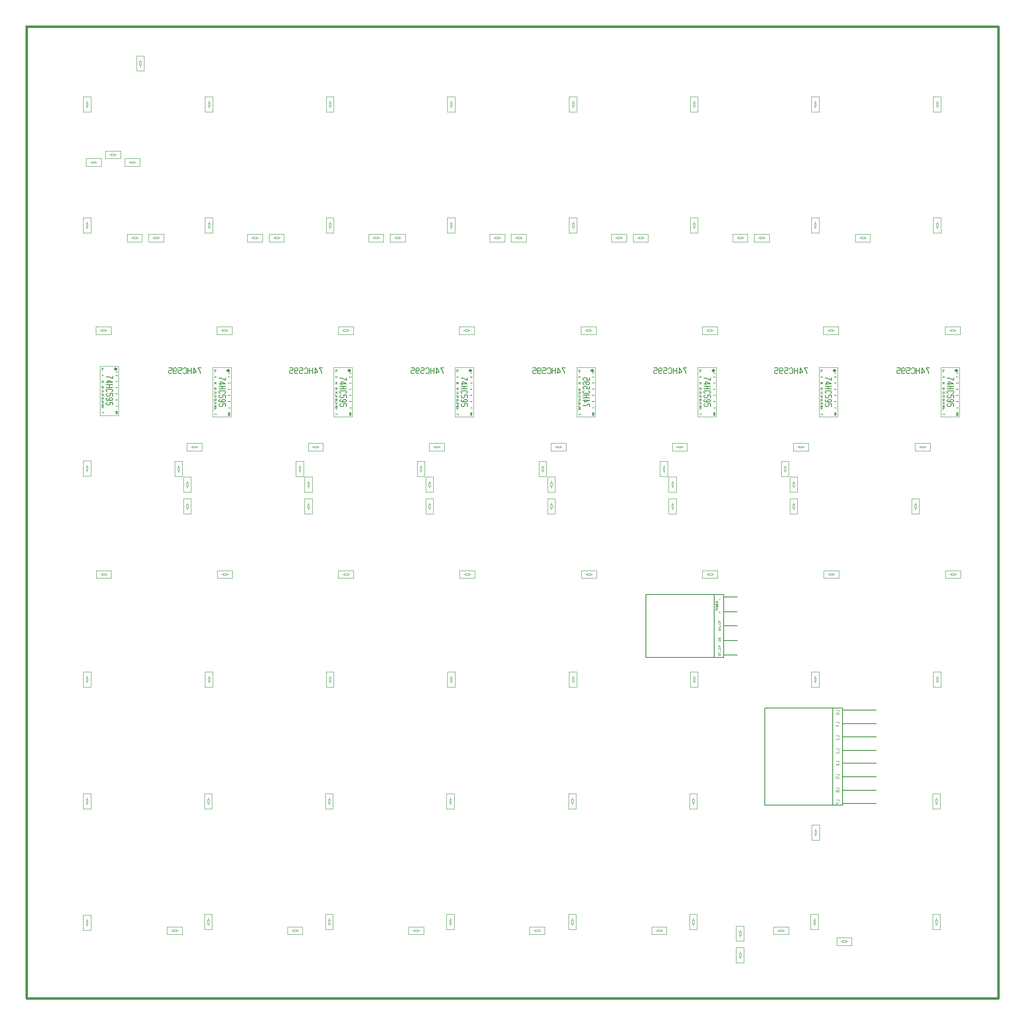
<source format=gbr>
%FSLAX34Y34*%
%MOMM*%
%LNSILK_BOTTOM*%
G71*
G01*
%ADD10C, 0.08*%
%ADD11C, 0.10*%
%ADD12C, 0.40*%
%ADD13C, 0.17*%
%ADD14C, 0.04*%
%ADD15C, 0.50*%
%ADD16C, 0.14*%
%ADD17C, 0.15*%
%ADD18C, 0.11*%
%ADD19C, 0.08*%
%ADD20C, 0.06*%
%LPD*%
G54D10*
X374650Y-167062D02*
X374650Y-163862D01*
X376250Y-163862D01*
X376250Y-155962D01*
X373050Y-155962D01*
X373050Y-163862D01*
X374650Y-163862D01*
G54D10*
X374650Y-155962D02*
X374650Y-152762D01*
G54D10*
X382450Y-175412D02*
X382450Y-144212D01*
X366850Y-144212D01*
X366850Y-175412D01*
X382450Y-175412D01*
G54D10*
X374650Y-416300D02*
X374650Y-413100D01*
X376250Y-413100D01*
X376250Y-405200D01*
X373050Y-405200D01*
X373050Y-413100D01*
X374650Y-413100D01*
G54D10*
X374650Y-405200D02*
X374650Y-402000D01*
G54D10*
X382450Y-424650D02*
X382450Y-393450D01*
X366850Y-393450D01*
X366850Y-424650D01*
X382450Y-424650D01*
G54D10*
X399675Y-625475D02*
X402875Y-625475D01*
X402875Y-627075D01*
X410775Y-627075D01*
X410775Y-623875D01*
X402875Y-623875D01*
X402875Y-625475D01*
G54D10*
X410775Y-625475D02*
X413975Y-625475D01*
G54D10*
X391325Y-633275D02*
X422525Y-633275D01*
X422525Y-617675D01*
X391325Y-617675D01*
X391325Y-633275D01*
G54D10*
X337762Y-865188D02*
X340962Y-865188D01*
X340962Y-866788D01*
X348862Y-866788D01*
X348862Y-863588D01*
X340962Y-863588D01*
X340962Y-865188D01*
G54D10*
X348862Y-865188D02*
X352062Y-865188D01*
G54D10*
X329412Y-872988D02*
X360612Y-872988D01*
X360612Y-857388D01*
X329412Y-857388D01*
X329412Y-872988D01*
G54D10*
X414712Y-1127125D02*
X411512Y-1127125D01*
X411512Y-1125525D01*
X403612Y-1125525D01*
X403612Y-1128725D01*
X411512Y-1128725D01*
X411512Y-1127125D01*
G54D10*
X403612Y-1127125D02*
X400412Y-1127125D01*
G54D10*
X423062Y-1119325D02*
X391862Y-1119325D01*
X391862Y-1134925D01*
X423062Y-1134925D01*
X423062Y-1119325D01*
G54D10*
X374650Y-1336300D02*
X374650Y-1339500D01*
X373050Y-1339500D01*
X373050Y-1347400D01*
X376250Y-1347400D01*
X376250Y-1339500D01*
X374650Y-1339500D01*
G54D10*
X374650Y-1347400D02*
X374650Y-1350600D01*
G54D10*
X366850Y-1327950D02*
X366850Y-1359150D01*
X382450Y-1359150D01*
X382450Y-1327950D01*
X366850Y-1327950D01*
G54D10*
X373062Y-1587125D02*
X373062Y-1590325D01*
X371462Y-1590325D01*
X371462Y-1598225D01*
X374662Y-1598225D01*
X374662Y-1590325D01*
X373062Y-1590325D01*
G54D10*
X373062Y-1598225D02*
X373062Y-1601425D01*
G54D10*
X365262Y-1578775D02*
X365262Y-1609975D01*
X380862Y-1609975D01*
X380862Y-1578775D01*
X365262Y-1578775D01*
G54D10*
X373062Y-1849812D02*
X373062Y-1846612D01*
X374662Y-1846612D01*
X374662Y-1838712D01*
X371462Y-1838712D01*
X371462Y-1846612D01*
X373062Y-1846612D01*
G54D10*
X373062Y-1838712D02*
X373062Y-1835512D01*
G54D10*
X380862Y-1858162D02*
X380862Y-1826962D01*
X365262Y-1826962D01*
X365262Y-1858162D01*
X380862Y-1858162D01*
G54D10*
X123825Y-167062D02*
X123825Y-163862D01*
X125425Y-163862D01*
X125425Y-155962D01*
X122225Y-155962D01*
X122225Y-163862D01*
X123825Y-163862D01*
G54D10*
X123825Y-155962D02*
X123825Y-152762D01*
G54D10*
X131625Y-175412D02*
X131625Y-144212D01*
X116025Y-144212D01*
X116025Y-175412D01*
X131625Y-175412D01*
G54D10*
X123825Y-416300D02*
X123825Y-413100D01*
X125425Y-413100D01*
X125425Y-405200D01*
X122225Y-405200D01*
X122225Y-413100D01*
X123825Y-413100D01*
G54D10*
X123825Y-405200D02*
X123825Y-402000D01*
G54D10*
X131625Y-424650D02*
X131625Y-393450D01*
X116025Y-393450D01*
X116025Y-424650D01*
X131625Y-424650D01*
G54D10*
X150438Y-625475D02*
X153638Y-625475D01*
X153638Y-627075D01*
X161538Y-627075D01*
X161538Y-623875D01*
X153638Y-623875D01*
X153638Y-625475D01*
G54D10*
X161538Y-625475D02*
X164738Y-625475D01*
G54D10*
X142088Y-633275D02*
X173288Y-633275D01*
X173288Y-617675D01*
X142088Y-617675D01*
X142088Y-633275D01*
G54D10*
X123825Y-916362D02*
X123825Y-913162D01*
X125425Y-913162D01*
X125425Y-905262D01*
X122225Y-905262D01*
X122225Y-913162D01*
X123825Y-913162D01*
G54D10*
X123825Y-905262D02*
X123825Y-902062D01*
G54D10*
X131625Y-924712D02*
X131625Y-893512D01*
X116025Y-893512D01*
X116025Y-924712D01*
X131625Y-924712D01*
G54D10*
X165475Y-1127125D02*
X162275Y-1127125D01*
X162275Y-1125525D01*
X154375Y-1125525D01*
X154375Y-1128725D01*
X162275Y-1128725D01*
X162275Y-1127125D01*
G54D10*
X154375Y-1127125D02*
X151175Y-1127125D01*
G54D10*
X173825Y-1119325D02*
X142625Y-1119325D01*
X142625Y-1134925D01*
X173825Y-1134925D01*
X173825Y-1119325D01*
G54D10*
X123825Y-1336300D02*
X123825Y-1339500D01*
X122225Y-1339500D01*
X122225Y-1347400D01*
X125425Y-1347400D01*
X125425Y-1339500D01*
X123825Y-1339500D01*
G54D10*
X123825Y-1347400D02*
X123825Y-1350600D01*
G54D10*
X116025Y-1327950D02*
X116025Y-1359150D01*
X131625Y-1359150D01*
X131625Y-1327950D01*
X116025Y-1327950D01*
G54D10*
X123825Y-1587125D02*
X123825Y-1590325D01*
X122225Y-1590325D01*
X122225Y-1598225D01*
X125425Y-1598225D01*
X125425Y-1590325D01*
X123825Y-1590325D01*
G54D10*
X123825Y-1598225D02*
X123825Y-1601425D01*
G54D10*
X116025Y-1578775D02*
X116025Y-1609975D01*
X131625Y-1609975D01*
X131625Y-1578775D01*
X116025Y-1578775D01*
G54D10*
X123825Y-1851400D02*
X123825Y-1848200D01*
X125425Y-1848200D01*
X125425Y-1840300D01*
X122225Y-1840300D01*
X122225Y-1848200D01*
X123825Y-1848200D01*
G54D10*
X123825Y-1840300D02*
X123825Y-1837100D01*
G54D10*
X131625Y-1859750D02*
X131625Y-1828550D01*
X116025Y-1828550D01*
X116025Y-1859750D01*
X131625Y-1859750D01*
G54D11*
X188950Y-698550D02*
X188950Y-800150D01*
X150750Y-800150D01*
X150750Y-698550D01*
X188950Y-698550D01*
G54D12*
G75*
G01X184150Y-704750D02*
G03X184150Y-704750I-1600J0D01*
G01*
G54D13*
X176597Y-719165D02*
X176597Y-724498D01*
X174930Y-723832D01*
X172430Y-722498D01*
X169097Y-721165D01*
X166597Y-720498D01*
X163264Y-720498D01*
G54D13*
X163264Y-732165D02*
X176597Y-732165D01*
X168264Y-728165D01*
X166597Y-728165D01*
X166597Y-733498D01*
G54D13*
X163264Y-737165D02*
X176597Y-737165D01*
G54D13*
X163264Y-742498D02*
X176597Y-742498D01*
G54D13*
X169930Y-737165D02*
X169930Y-742498D01*
G54D13*
X165764Y-751498D02*
X164097Y-750832D01*
X163264Y-749498D01*
X163264Y-748165D01*
X164097Y-746832D01*
X165764Y-746165D01*
X174097Y-746165D01*
X175764Y-746832D01*
X176597Y-748165D01*
X176597Y-749498D01*
X175764Y-750832D01*
X174097Y-751498D01*
G54D13*
X176597Y-760498D02*
X176597Y-755165D01*
X170764Y-755165D01*
X170764Y-755832D01*
X171597Y-757165D01*
X171597Y-758498D01*
X170764Y-759832D01*
X169097Y-760498D01*
X165764Y-760498D01*
X164097Y-759832D01*
X163264Y-758498D01*
X163264Y-757165D01*
X164097Y-755832D01*
X165764Y-755165D01*
G54D13*
X165764Y-764165D02*
X164097Y-764832D01*
X163264Y-766165D01*
X163264Y-767498D01*
X164097Y-768832D01*
X165764Y-769498D01*
X169930Y-769498D01*
X170764Y-769498D01*
X169097Y-767498D01*
X169097Y-766165D01*
X169930Y-764832D01*
X171597Y-764165D01*
X174097Y-764165D01*
X175764Y-764832D01*
X176597Y-766165D01*
X176597Y-767498D01*
X175764Y-768832D01*
X174097Y-769498D01*
X169930Y-769498D01*
G54D13*
X176597Y-778498D02*
X176597Y-773165D01*
X170764Y-773165D01*
X170764Y-773832D01*
X171597Y-775165D01*
X171597Y-776498D01*
X170764Y-777832D01*
X169097Y-778498D01*
X165764Y-778498D01*
X164097Y-777832D01*
X163264Y-776498D01*
X163264Y-775165D01*
X164097Y-773832D01*
X165764Y-773165D01*
G54D14*
X157340Y-702391D02*
X153785Y-703280D01*
X157340Y-704169D01*
G54D14*
X155652Y-706036D02*
X155785Y-705680D01*
X155652Y-705325D01*
X155207Y-705147D01*
X154318Y-705147D01*
X153874Y-705325D01*
X153785Y-705680D01*
X153874Y-706036D01*
G54D14*
X155651Y-707903D02*
X155785Y-707547D01*
X155651Y-707192D01*
X155207Y-707014D01*
X154318Y-707014D01*
X153874Y-707192D01*
X153785Y-707547D01*
X153874Y-707903D01*
G54D14*
X156674Y-718384D02*
X154452Y-718384D01*
X154008Y-718206D01*
X153786Y-717850D01*
X153786Y-717495D01*
X154008Y-717140D01*
X154452Y-716962D01*
X156675Y-716962D01*
X157119Y-717140D01*
X157341Y-717495D01*
X157341Y-717850D01*
X157119Y-718206D01*
X156674Y-718384D01*
G54D14*
X153786Y-728374D02*
X157342Y-728374D01*
X157342Y-729263D01*
X157119Y-729618D01*
X156674Y-729796D01*
X154452Y-729796D01*
X154008Y-729619D01*
X153786Y-729263D01*
X153786Y-728374D01*
G54D14*
X154452Y-730774D02*
X154008Y-730952D01*
X153786Y-731308D01*
X153786Y-731663D01*
X154008Y-732019D01*
X154452Y-732196D01*
X154897Y-732196D01*
X155341Y-732019D01*
X155564Y-731663D01*
X155564Y-731308D01*
X155786Y-730952D01*
X156230Y-730774D01*
X156674Y-730774D01*
X157119Y-730952D01*
X157342Y-731308D01*
X157342Y-731663D01*
X157119Y-732018D01*
X156675Y-732196D01*
G54D14*
X156674Y-741184D02*
X154452Y-741184D01*
X154008Y-741006D01*
X153786Y-740650D01*
X153786Y-740294D01*
X154008Y-739939D01*
X154452Y-739761D01*
X156674Y-739761D01*
X157119Y-739939D01*
X157342Y-740294D01*
X157342Y-740650D01*
X157119Y-741006D01*
X156674Y-741184D01*
G54D14*
X153786Y-743406D02*
X153786Y-742162D01*
X157342Y-742161D01*
X157342Y-743406D01*
G54D14*
X155564Y-742161D02*
X155564Y-743406D01*
G54D14*
X155341Y-744383D02*
X155341Y-745806D01*
G54D14*
X154452Y-748368D02*
X154008Y-748546D01*
X153786Y-748902D01*
X153786Y-749257D01*
X154008Y-749613D01*
X154452Y-749790D01*
X154897Y-749790D01*
X155341Y-749613D01*
X155564Y-749257D01*
X155564Y-748902D01*
X155786Y-748546D01*
X156230Y-748368D01*
X156675Y-748368D01*
X157119Y-748546D01*
X157341Y-748902D01*
X157341Y-749257D01*
X157119Y-749613D01*
X156675Y-749790D01*
G54D14*
X153786Y-751479D02*
X157341Y-751479D01*
G54D14*
X157342Y-750768D02*
X157342Y-752190D01*
G54D14*
X153786Y-753168D02*
X153786Y-754946D01*
G54D14*
X154452Y-757346D02*
X154008Y-757169D01*
X153786Y-756813D01*
X153786Y-756458D01*
X154008Y-756102D01*
X154452Y-755924D01*
X156674Y-755924D01*
X157119Y-756102D01*
X157342Y-756458D01*
X157342Y-756813D01*
X157119Y-757168D01*
X156675Y-757346D01*
G54D14*
X153786Y-758324D02*
X157342Y-758324D01*
X157342Y-759213D01*
X157119Y-759568D01*
X156674Y-759746D01*
X156230Y-759746D01*
X155786Y-759569D01*
X155564Y-759213D01*
X155564Y-758324D01*
G54D14*
X154452Y-762656D02*
X154008Y-762834D01*
X153786Y-763189D01*
X153786Y-763544D01*
X154008Y-763900D01*
X154452Y-764078D01*
X154897Y-764078D01*
X155341Y-763900D01*
X155564Y-763544D01*
X155564Y-763189D01*
X155786Y-762834D01*
X156230Y-762656D01*
X156674Y-762656D01*
X157119Y-762834D01*
X157342Y-763189D01*
X157342Y-763544D01*
X157119Y-763900D01*
X156675Y-764078D01*
G54D14*
X153786Y-765056D02*
X157342Y-765056D01*
G54D14*
X153786Y-766478D02*
X157341Y-766478D01*
G54D14*
X155564Y-765056D02*
X155564Y-766478D01*
G54D14*
X153786Y-767456D02*
X153786Y-769234D01*
G54D14*
X154452Y-771634D02*
X154008Y-771456D01*
X153786Y-771100D01*
X153786Y-770745D01*
X154008Y-770390D01*
X154452Y-770212D01*
X156674Y-770212D01*
X157119Y-770390D01*
X157342Y-770745D01*
X157342Y-771101D01*
X157119Y-771456D01*
X156674Y-771634D01*
G54D14*
X153786Y-772612D02*
X157342Y-772612D01*
X157341Y-773500D01*
X157119Y-773856D01*
X156675Y-774034D01*
X156230Y-774034D01*
X155786Y-773856D01*
X155564Y-773500D01*
X155564Y-772612D01*
G54D14*
X155564Y-777285D02*
X155119Y-777818D01*
X154674Y-777996D01*
X153786Y-777996D01*
G54D14*
X153786Y-776574D02*
X157342Y-776574D01*
X157342Y-777462D01*
X157119Y-777818D01*
X156675Y-777996D01*
X156230Y-777996D01*
X155786Y-777818D01*
X155564Y-777462D01*
X155564Y-776574D01*
G54D14*
X153786Y-780218D02*
X153786Y-778974D01*
X157342Y-778974D01*
X157342Y-780218D01*
G54D14*
X155564Y-778974D02*
X155564Y-780218D01*
G54D14*
X154452Y-781196D02*
X154008Y-781374D01*
X153786Y-781729D01*
X153786Y-782085D01*
X154008Y-782440D01*
X154452Y-782618D01*
X154897Y-782618D01*
X155341Y-782440D01*
X155564Y-782084D01*
X155564Y-781729D01*
X155786Y-781374D01*
X156230Y-781196D01*
X156674Y-781196D01*
X157119Y-781374D01*
X157342Y-781729D01*
X157342Y-782084D01*
X157119Y-782440D01*
X156675Y-782618D01*
G54D14*
X155341Y-783596D02*
X155341Y-785018D01*
G54D14*
X156230Y-784307D02*
X154452Y-784307D01*
G54D14*
X157345Y-793163D02*
X157345Y-794586D01*
X156900Y-794408D01*
X156234Y-794052D01*
X155345Y-793696D01*
X154678Y-793518D01*
X153789Y-793519D01*
G54D14*
X157345Y-795563D02*
X156456Y-795563D01*
G54D14*
X184582Y-709535D02*
X185916Y-710424D01*
X182360Y-710424D01*
G54D14*
X182361Y-718384D02*
X182361Y-716962D01*
X182583Y-716962D01*
X183027Y-717140D01*
X184361Y-718206D01*
X184805Y-718384D01*
X185250Y-718384D01*
X185694Y-718206D01*
X185916Y-717850D01*
X185916Y-717495D01*
X185694Y-717140D01*
X185250Y-716962D01*
G54D14*
X185250Y-729168D02*
X185694Y-729346D01*
X185916Y-729701D01*
X185916Y-730057D01*
X185694Y-730412D01*
X185250Y-730590D01*
X184805Y-730590D01*
X184361Y-730412D01*
X184138Y-730057D01*
X183916Y-730412D01*
X183472Y-730590D01*
X183028Y-730590D01*
X182583Y-730412D01*
X182361Y-730057D01*
X182361Y-729701D01*
X182583Y-729346D01*
X183027Y-729168D01*
G54D14*
X182361Y-743209D02*
X185916Y-743209D01*
X183694Y-742142D01*
X183250Y-742143D01*
X183250Y-743565D01*
G54D14*
X185916Y-756140D02*
X185916Y-754718D01*
X184361Y-754718D01*
X184361Y-754896D01*
X184583Y-755252D01*
X184583Y-755607D01*
X184361Y-755963D01*
X183916Y-756140D01*
X183028Y-756140D01*
X182583Y-755962D01*
X182361Y-755607D01*
X182361Y-755252D01*
X182583Y-754896D01*
X183027Y-754718D01*
G54D14*
X185250Y-768840D02*
X185694Y-768663D01*
X185916Y-768307D01*
X185916Y-767952D01*
X185694Y-767596D01*
X185250Y-767418D01*
X184138Y-767418D01*
X183916Y-767418D01*
X184361Y-767952D01*
X184361Y-768307D01*
X184138Y-768663D01*
X183694Y-768840D01*
X183028Y-768840D01*
X182583Y-768662D01*
X182361Y-768307D01*
X182361Y-767952D01*
X182583Y-767596D01*
X183028Y-767418D01*
X184138Y-767418D01*
G54D14*
X185916Y-780542D02*
X185916Y-781964D01*
X185472Y-781787D01*
X184805Y-781432D01*
X183916Y-781076D01*
X183250Y-780898D01*
X182361Y-780898D01*
G54D14*
X184142Y-791493D02*
X184142Y-792204D01*
X183031Y-792204D01*
X182586Y-792026D01*
X182364Y-791671D01*
X182364Y-791315D01*
X182586Y-790960D01*
X183031Y-790782D01*
X185253Y-790782D01*
X185698Y-790960D01*
X185920Y-791316D01*
X185920Y-791671D01*
X185698Y-792026D01*
X185253Y-792204D01*
G54D14*
X182364Y-793182D02*
X185920Y-793182D01*
X182364Y-794604D01*
X185920Y-794604D01*
G54D14*
X182364Y-795582D02*
X185920Y-795582D01*
X185920Y-796471D01*
X185698Y-796826D01*
X185253Y-797004D01*
X183031Y-797004D01*
X182586Y-796826D01*
X182364Y-796471D01*
X182364Y-795582D01*
G54D15*
X0Y0D02*
X2000000Y0D01*
X2000000Y-2000000D01*
X0Y-2000000D01*
X0Y0D01*
G36*
X0Y2500D02*
X0Y-2500D01*
X-2500Y-2500D01*
X-2500Y2500D01*
X0Y2500D01*
G37*
G36*
X2500Y0D02*
X-2500Y0D01*
X-2500Y2500D01*
X2500Y2500D01*
X2500Y0D01*
G37*
G54D10*
X273425Y-434975D02*
X270225Y-434975D01*
X270225Y-433375D01*
X262325Y-433375D01*
X262325Y-436575D01*
X270225Y-436575D01*
X270225Y-434975D01*
G54D10*
X262325Y-434975D02*
X259125Y-434975D01*
G54D10*
X281775Y-427175D02*
X250575Y-427175D01*
X250575Y-442775D01*
X281775Y-442775D01*
X281775Y-427175D01*
G54D10*
X311525Y-1860550D02*
X308325Y-1860550D01*
X308325Y-1858950D01*
X300425Y-1858950D01*
X300425Y-1862150D01*
X308325Y-1862150D01*
X308325Y-1860550D01*
G54D10*
X300425Y-1860550D02*
X297225Y-1860550D01*
G54D10*
X319875Y-1852750D02*
X288675Y-1852750D01*
X288675Y-1868350D01*
X319875Y-1868350D01*
X319875Y-1852750D01*
G54D11*
X420725Y-701725D02*
X420725Y-803325D01*
X382525Y-803325D01*
X382525Y-701725D01*
X420725Y-701725D01*
G54D12*
G75*
G01X415925Y-707925D02*
G03X415925Y-707925I-1600J0D01*
G01*
G54D13*
X408372Y-722340D02*
X408372Y-727673D01*
X406705Y-727006D01*
X404205Y-725674D01*
X400872Y-724340D01*
X398372Y-723673D01*
X395038Y-723673D01*
G54D13*
X395038Y-735340D02*
X408372Y-735340D01*
X400039Y-731340D01*
X398372Y-731340D01*
X398372Y-736673D01*
G54D13*
X395038Y-740340D02*
X408372Y-740340D01*
G54D13*
X395038Y-745673D02*
X408372Y-745673D01*
G54D13*
X401705Y-740340D02*
X401705Y-745673D01*
G54D13*
X397538Y-754673D02*
X395872Y-754007D01*
X395038Y-752673D01*
X395038Y-751340D01*
X395872Y-750006D01*
X397538Y-749340D01*
X405872Y-749340D01*
X407538Y-750007D01*
X408372Y-751340D01*
X408372Y-752673D01*
X407538Y-754007D01*
X405872Y-754673D01*
G54D13*
X408372Y-763673D02*
X408372Y-758340D01*
X402538Y-758340D01*
X402538Y-759006D01*
X403372Y-760340D01*
X403372Y-761673D01*
X402539Y-763006D01*
X400872Y-763673D01*
X397539Y-763673D01*
X395872Y-763007D01*
X395039Y-761673D01*
X395039Y-760340D01*
X395872Y-759007D01*
X397539Y-758340D01*
G54D13*
X397538Y-767340D02*
X395872Y-768007D01*
X395038Y-769340D01*
X395038Y-770673D01*
X395872Y-772006D01*
X397538Y-772674D01*
X401705Y-772674D01*
X402539Y-772674D01*
X400872Y-770673D01*
X400872Y-769340D01*
X401705Y-768007D01*
X403372Y-767340D01*
X405872Y-767340D01*
X407539Y-768007D01*
X408372Y-769340D01*
X408372Y-770673D01*
X407539Y-772007D01*
X405872Y-772673D01*
X401705Y-772674D01*
G54D13*
X408372Y-781673D02*
X408372Y-776340D01*
X402539Y-776340D01*
X402539Y-777006D01*
X403372Y-778340D01*
X403372Y-779673D01*
X402539Y-781007D01*
X400872Y-781673D01*
X397538Y-781673D01*
X395872Y-781006D01*
X395038Y-779673D01*
X395038Y-778340D01*
X395872Y-777007D01*
X397539Y-776340D01*
G54D14*
X389115Y-705566D02*
X385560Y-706455D01*
X389115Y-707344D01*
G54D14*
X387426Y-709211D02*
X387560Y-708855D01*
X387426Y-708500D01*
X386982Y-708322D01*
X386093Y-708322D01*
X385649Y-708500D01*
X385560Y-708855D01*
X385649Y-709211D01*
G54D14*
X387426Y-711078D02*
X387560Y-710722D01*
X387426Y-710367D01*
X386982Y-710189D01*
X386093Y-710189D01*
X385648Y-710367D01*
X385560Y-710722D01*
X385649Y-711078D01*
G54D14*
X388450Y-721559D02*
X386228Y-721559D01*
X385783Y-721381D01*
X385561Y-721026D01*
X385561Y-720670D01*
X385783Y-720314D01*
X386227Y-720137D01*
X388450Y-720137D01*
X388894Y-720314D01*
X389116Y-720670D01*
X389116Y-721026D01*
X388894Y-721381D01*
X388450Y-721559D01*
G54D14*
X385561Y-731550D02*
X389116Y-731549D01*
X389116Y-732438D01*
X388894Y-732794D01*
X388450Y-732971D01*
X386228Y-732971D01*
X385783Y-732794D01*
X385561Y-732438D01*
X385561Y-731550D01*
G54D14*
X386227Y-733949D02*
X385783Y-734127D01*
X385561Y-734482D01*
X385561Y-734838D01*
X385783Y-735194D01*
X386227Y-735372D01*
X386672Y-735372D01*
X387116Y-735194D01*
X387338Y-734838D01*
X387338Y-734482D01*
X387561Y-734127D01*
X388005Y-733950D01*
X388450Y-733949D01*
X388894Y-734127D01*
X389116Y-734482D01*
X389116Y-734838D01*
X388894Y-735194D01*
X388450Y-735372D01*
G54D14*
X388450Y-744358D02*
X386227Y-744358D01*
X385783Y-744180D01*
X385561Y-743825D01*
X385561Y-743470D01*
X385783Y-743114D01*
X386227Y-742936D01*
X388450Y-742936D01*
X388894Y-743114D01*
X389116Y-743470D01*
X389116Y-743825D01*
X388894Y-744181D01*
X388450Y-744358D01*
G54D14*
X385561Y-746581D02*
X385561Y-745336D01*
X389116Y-745336D01*
X389116Y-746580D01*
G54D14*
X387338Y-745336D02*
X387338Y-746580D01*
G54D14*
X387116Y-747558D02*
X387116Y-748980D01*
G54D14*
X386227Y-751543D02*
X385783Y-751721D01*
X385561Y-752076D01*
X385561Y-752432D01*
X385783Y-752788D01*
X386228Y-752966D01*
X386672Y-752966D01*
X387116Y-752788D01*
X387338Y-752432D01*
X387338Y-752076D01*
X387560Y-751721D01*
X388005Y-751543D01*
X388450Y-751543D01*
X388894Y-751721D01*
X389116Y-752076D01*
X389116Y-752432D01*
X388894Y-752788D01*
X388450Y-752966D01*
G54D14*
X385561Y-754654D02*
X389116Y-754654D01*
G54D14*
X389116Y-753943D02*
X389116Y-755366D01*
G54D14*
X385561Y-756344D02*
X385561Y-758121D01*
G54D14*
X386227Y-760522D02*
X385783Y-760344D01*
X385561Y-759988D01*
X385561Y-759632D01*
X385783Y-759277D01*
X386227Y-759099D01*
X388450Y-759099D01*
X388894Y-759277D01*
X389116Y-759632D01*
X389116Y-759988D01*
X388894Y-760344D01*
X388450Y-760522D01*
G54D14*
X385561Y-761499D02*
X389116Y-761500D01*
X389116Y-762388D01*
X388894Y-762744D01*
X388450Y-762922D01*
X388005Y-762922D01*
X387561Y-762744D01*
X387338Y-762388D01*
X387338Y-761499D01*
G54D14*
X386227Y-765831D02*
X385783Y-766008D01*
X385561Y-766364D01*
X385561Y-766720D01*
X385783Y-767075D01*
X386227Y-767253D01*
X386672Y-767253D01*
X387116Y-767075D01*
X387338Y-766720D01*
X387338Y-766364D01*
X387561Y-766008D01*
X388005Y-765831D01*
X388450Y-765831D01*
X388894Y-766008D01*
X389116Y-766364D01*
X389116Y-766720D01*
X388894Y-767075D01*
X388450Y-767253D01*
G54D14*
X385561Y-768231D02*
X389116Y-768231D01*
G54D14*
X385561Y-769653D02*
X389116Y-769653D01*
G54D14*
X387338Y-768231D02*
X387338Y-769653D01*
G54D14*
X385561Y-770631D02*
X385561Y-772408D01*
G54D14*
X386227Y-774809D02*
X385783Y-774631D01*
X385560Y-774276D01*
X385560Y-773920D01*
X385783Y-773564D01*
X386227Y-773387D01*
X388450Y-773387D01*
X388894Y-773564D01*
X389116Y-773920D01*
X389116Y-774276D01*
X388894Y-774631D01*
X388450Y-774809D01*
G54D14*
X385561Y-775787D02*
X389116Y-775787D01*
X389116Y-776676D01*
X388894Y-777031D01*
X388450Y-777209D01*
X388005Y-777209D01*
X387561Y-777031D01*
X387338Y-776676D01*
X387338Y-775787D01*
G54D14*
X387338Y-780460D02*
X386894Y-780994D01*
X386450Y-781171D01*
X385561Y-781171D01*
G54D14*
X385561Y-779749D02*
X389116Y-779749D01*
X389116Y-780638D01*
X388894Y-780993D01*
X388450Y-781171D01*
X388005Y-781171D01*
X387561Y-780994D01*
X387338Y-780638D01*
X387338Y-779749D01*
G54D14*
X385561Y-783393D02*
X385561Y-782149D01*
X389116Y-782149D01*
X389116Y-783394D01*
G54D14*
X387338Y-782149D02*
X387338Y-783393D01*
G54D14*
X386227Y-784371D02*
X385783Y-784548D01*
X385561Y-784904D01*
X385561Y-785260D01*
X385783Y-785615D01*
X386227Y-785793D01*
X386672Y-785793D01*
X387116Y-785615D01*
X387338Y-785260D01*
X387338Y-784904D01*
X387561Y-784548D01*
X388005Y-784371D01*
X388450Y-784371D01*
X388894Y-784548D01*
X389116Y-784904D01*
X389116Y-785260D01*
X388894Y-785615D01*
X388450Y-785793D01*
G54D14*
X387116Y-786771D02*
X387116Y-788193D01*
G54D14*
X388005Y-787482D02*
X386227Y-787482D01*
G54D14*
X389120Y-796338D02*
X389120Y-797760D01*
X388676Y-797582D01*
X388008Y-797227D01*
X387120Y-796872D01*
X386453Y-796694D01*
X385564Y-796694D01*
G54D14*
X389120Y-798738D02*
X388231Y-798738D01*
G54D14*
X416357Y-712710D02*
X417690Y-713599D01*
X414135Y-713598D01*
G54D14*
X414136Y-721559D02*
X414136Y-720137D01*
X414358Y-720137D01*
X414802Y-720314D01*
X416136Y-721381D01*
X416580Y-721559D01*
X417025Y-721559D01*
X417469Y-721381D01*
X417692Y-721026D01*
X417692Y-720670D01*
X417469Y-720314D01*
X417024Y-720137D01*
G54D14*
X417024Y-732343D02*
X417469Y-732521D01*
X417692Y-732876D01*
X417692Y-733232D01*
X417469Y-733588D01*
X417025Y-733765D01*
X416580Y-733765D01*
X416136Y-733588D01*
X415914Y-733232D01*
X415692Y-733588D01*
X415247Y-733765D01*
X414802Y-733765D01*
X414358Y-733588D01*
X414136Y-733232D01*
X414136Y-732876D01*
X414358Y-732521D01*
X414802Y-732343D01*
G54D14*
X414136Y-746384D02*
X417691Y-746384D01*
X415469Y-745318D01*
X415025Y-745318D01*
X415024Y-746740D01*
G54D14*
X417692Y-759316D02*
X417691Y-757894D01*
X416136Y-757893D01*
X416136Y-758071D01*
X416358Y-758426D01*
X416358Y-758782D01*
X416136Y-759138D01*
X415692Y-759316D01*
X414802Y-759316D01*
X414358Y-759138D01*
X414136Y-758782D01*
X414136Y-758426D01*
X414358Y-758071D01*
X414802Y-757893D01*
G54D14*
X417024Y-772016D02*
X417469Y-771838D01*
X417691Y-771482D01*
X417691Y-771127D01*
X417469Y-770771D01*
X417024Y-770593D01*
X415914Y-770593D01*
X415691Y-770593D01*
X416136Y-771126D01*
X416136Y-771482D01*
X415914Y-771838D01*
X415469Y-772016D01*
X414802Y-772016D01*
X414358Y-771838D01*
X414136Y-771482D01*
X414136Y-771126D01*
X414358Y-770771D01*
X414802Y-770594D01*
X415914Y-770593D01*
G54D14*
X417691Y-783718D02*
X417692Y-785140D01*
X417247Y-784962D01*
X416580Y-784606D01*
X415691Y-784251D01*
X415025Y-784073D01*
X414136Y-784073D01*
G54D14*
X415917Y-794668D02*
X415917Y-795379D01*
X414806Y-795379D01*
X414362Y-795202D01*
X414139Y-794846D01*
X414139Y-794490D01*
X414362Y-794135D01*
X414806Y-793957D01*
X417028Y-793957D01*
X417473Y-794135D01*
X417695Y-794490D01*
X417695Y-794846D01*
X417472Y-795202D01*
X417028Y-795379D01*
G54D14*
X414139Y-796357D02*
X417695Y-796357D01*
X414139Y-797779D01*
X417695Y-797779D01*
G54D14*
X414139Y-798757D02*
X417695Y-798757D01*
X417695Y-799646D01*
X417472Y-800002D01*
X417028Y-800179D01*
X414806Y-800179D01*
X414361Y-800002D01*
X414139Y-799646D01*
X414139Y-798757D01*
G54D16*
X359125Y-702670D02*
X352192Y-702670D01*
X353058Y-704114D01*
X354792Y-706280D01*
X356525Y-709170D01*
X357392Y-711336D01*
X357392Y-714225D01*
G54D16*
X343814Y-714225D02*
X343814Y-702670D01*
X349014Y-709892D01*
X349014Y-711336D01*
X342081Y-711336D01*
G54D16*
X338903Y-714225D02*
X338903Y-702670D01*
G54D16*
X331970Y-714225D02*
X331970Y-702670D01*
G54D16*
X338903Y-708447D02*
X331970Y-708447D01*
G54D16*
X321859Y-712058D02*
X322725Y-713503D01*
X324459Y-714225D01*
X326192Y-714225D01*
X327925Y-713503D01*
X328792Y-712058D01*
X328792Y-704836D01*
X327925Y-703392D01*
X326192Y-702670D01*
X324459Y-702670D01*
X322725Y-703392D01*
X321859Y-704836D01*
G54D16*
X311748Y-702670D02*
X318681Y-702670D01*
X318681Y-707725D01*
X317814Y-707725D01*
X316081Y-707003D01*
X314348Y-707003D01*
X312614Y-707725D01*
X311748Y-709170D01*
X311748Y-712058D01*
X312614Y-713503D01*
X314348Y-714225D01*
X316081Y-714225D01*
X317814Y-713503D01*
X318681Y-712058D01*
G54D16*
X308570Y-712058D02*
X307703Y-713503D01*
X305970Y-714225D01*
X304237Y-714225D01*
X302503Y-713503D01*
X301637Y-712058D01*
X301637Y-708447D01*
X301637Y-707725D01*
X304237Y-709170D01*
X305970Y-709170D01*
X307703Y-708447D01*
X308570Y-707003D01*
X308570Y-704836D01*
X307703Y-703392D01*
X305970Y-702670D01*
X304237Y-702670D01*
X302503Y-703392D01*
X301637Y-704836D01*
X301637Y-708447D01*
G54D16*
X291526Y-702670D02*
X298459Y-702670D01*
X298459Y-707725D01*
X297592Y-707725D01*
X295859Y-707003D01*
X294126Y-707003D01*
X292392Y-707725D01*
X291526Y-709170D01*
X291526Y-712058D01*
X292392Y-713503D01*
X294126Y-714225D01*
X295859Y-714225D01*
X297592Y-713503D01*
X298459Y-712058D01*
G54D10*
X228975Y-434975D02*
X225775Y-434975D01*
X225775Y-433375D01*
X217875Y-433375D01*
X217875Y-436575D01*
X225775Y-436575D01*
X225775Y-434975D01*
G54D10*
X217875Y-434975D02*
X214675Y-434975D01*
G54D10*
X237325Y-427175D02*
X206125Y-427175D01*
X206125Y-442775D01*
X237325Y-442775D01*
X237325Y-427175D01*
G54D10*
X144838Y-279400D02*
X141638Y-279400D01*
X141638Y-277800D01*
X133738Y-277800D01*
X133738Y-281000D01*
X141638Y-281000D01*
X141638Y-279400D01*
G54D10*
X133737Y-279400D02*
X130538Y-279400D01*
G54D10*
X153188Y-271600D02*
X121988Y-271600D01*
X121988Y-287200D01*
X153188Y-287200D01*
X153188Y-271600D01*
G54D10*
X184525Y-263525D02*
X181325Y-263525D01*
X181325Y-261925D01*
X173425Y-261925D01*
X173425Y-265125D01*
X181325Y-265125D01*
X181325Y-263525D01*
G54D10*
X173425Y-263525D02*
X170225Y-263525D01*
G54D10*
X192875Y-255725D02*
X161675Y-255725D01*
X161675Y-271325D01*
X192875Y-271325D01*
X192875Y-255725D01*
G54D10*
X224212Y-279400D02*
X221012Y-279400D01*
X221012Y-277800D01*
X213112Y-277800D01*
X213112Y-281000D01*
X221012Y-281000D01*
X221012Y-279400D01*
G54D10*
X213112Y-279400D02*
X209912Y-279400D01*
G54D10*
X232562Y-271600D02*
X201362Y-271600D01*
X201362Y-287200D01*
X232562Y-287200D01*
X232562Y-271600D01*
G54D10*
X521075Y-434975D02*
X517875Y-434975D01*
X517875Y-433375D01*
X509975Y-433375D01*
X509975Y-436575D01*
X517875Y-436575D01*
X517875Y-434975D01*
G54D10*
X509975Y-434975D02*
X506775Y-434975D01*
G54D10*
X529425Y-427175D02*
X498225Y-427175D01*
X498225Y-442775D01*
X529425Y-442775D01*
X529425Y-427175D01*
G54D10*
X476625Y-434975D02*
X473425Y-434975D01*
X473425Y-433375D01*
X465525Y-433375D01*
X465525Y-436575D01*
X473425Y-436575D01*
X473425Y-434975D01*
G54D10*
X465525Y-434975D02*
X462325Y-434975D01*
G54D10*
X484975Y-427175D02*
X453775Y-427175D01*
X453775Y-442775D01*
X484975Y-442775D01*
X484975Y-427175D01*
G54D10*
X559175Y-1860550D02*
X555975Y-1860550D01*
X555975Y-1858950D01*
X548075Y-1858950D01*
X548075Y-1862150D01*
X555975Y-1862150D01*
X555975Y-1860550D01*
G54D10*
X548075Y-1860550D02*
X544875Y-1860550D01*
G54D10*
X567525Y-1852750D02*
X536325Y-1852750D01*
X536325Y-1868350D01*
X567525Y-1868350D01*
X567525Y-1852750D01*
G54D10*
X330200Y-994150D02*
X330200Y-990950D01*
X331800Y-990950D01*
X331800Y-983050D01*
X328600Y-983050D01*
X328600Y-990950D01*
X330200Y-990950D01*
G54D10*
X330200Y-983050D02*
X330200Y-979850D01*
G54D10*
X338000Y-1002500D02*
X338000Y-971300D01*
X322400Y-971300D01*
X322400Y-1002500D01*
X338000Y-1002500D01*
G54D10*
X330200Y-949700D02*
X330200Y-946500D01*
X331800Y-946500D01*
X331800Y-938600D01*
X328600Y-938600D01*
X328600Y-946500D01*
X330200Y-946500D01*
G54D10*
X330200Y-938600D02*
X330200Y-935400D01*
G54D10*
X338000Y-958050D02*
X338000Y-926850D01*
X322400Y-926850D01*
X322400Y-958050D01*
X338000Y-958050D01*
G54D10*
X312420Y-917156D02*
X312420Y-913956D01*
X314020Y-913956D01*
X314020Y-906056D01*
X310820Y-906056D01*
X310820Y-913956D01*
X312420Y-913956D01*
G54D10*
X312420Y-906056D02*
X312420Y-902856D01*
G54D10*
X320220Y-925506D02*
X320220Y-894306D01*
X304620Y-894306D01*
X304620Y-925506D01*
X320220Y-925506D01*
G54D10*
X623888Y-167062D02*
X623888Y-163862D01*
X625488Y-163862D01*
X625488Y-155962D01*
X622288Y-155962D01*
X622288Y-163862D01*
X623888Y-163862D01*
G54D10*
X623888Y-155962D02*
X623888Y-152762D01*
G54D10*
X631688Y-175412D02*
X631688Y-144212D01*
X616088Y-144212D01*
X616088Y-175412D01*
X631688Y-175412D01*
G54D10*
X623888Y-416300D02*
X623888Y-413100D01*
X625488Y-413100D01*
X625488Y-405200D01*
X622288Y-405200D01*
X622288Y-413100D01*
X623888Y-413100D01*
G54D10*
X623888Y-405200D02*
X623888Y-402000D01*
G54D10*
X631688Y-424650D02*
X631688Y-393450D01*
X616088Y-393450D01*
X616088Y-424650D01*
X631688Y-424650D01*
G54D10*
X648912Y-625475D02*
X652112Y-625475D01*
X652112Y-627075D01*
X660012Y-627075D01*
X660012Y-623875D01*
X652112Y-623875D01*
X652112Y-625475D01*
G54D10*
X660012Y-625475D02*
X663212Y-625475D01*
G54D10*
X640562Y-633275D02*
X671762Y-633275D01*
X671762Y-617675D01*
X640562Y-617675D01*
X640562Y-633275D01*
G54D10*
X587000Y-865188D02*
X590200Y-865188D01*
X590200Y-866788D01*
X598100Y-866788D01*
X598100Y-863588D01*
X590200Y-863588D01*
X590200Y-865188D01*
G54D10*
X598100Y-865188D02*
X601300Y-865188D01*
G54D10*
X578650Y-872988D02*
X609850Y-872988D01*
X609850Y-857388D01*
X578650Y-857388D01*
X578650Y-872988D01*
G54D10*
X663950Y-1127125D02*
X660750Y-1127125D01*
X660750Y-1125525D01*
X652850Y-1125525D01*
X652850Y-1128725D01*
X660750Y-1128725D01*
X660750Y-1127125D01*
G54D10*
X652850Y-1127125D02*
X649650Y-1127125D01*
G54D10*
X672300Y-1119325D02*
X641100Y-1119325D01*
X641100Y-1134925D01*
X672300Y-1134925D01*
X672300Y-1119325D01*
G54D10*
X623887Y-1336300D02*
X623888Y-1339500D01*
X622288Y-1339500D01*
X622288Y-1347400D01*
X625488Y-1347400D01*
X625488Y-1339500D01*
X623888Y-1339500D01*
G54D10*
X623888Y-1347400D02*
X623887Y-1350600D01*
G54D10*
X616088Y-1327950D02*
X616088Y-1359150D01*
X631688Y-1359150D01*
X631688Y-1327950D01*
X616088Y-1327950D01*
G54D10*
X622300Y-1587125D02*
X622300Y-1590325D01*
X620700Y-1590325D01*
X620700Y-1598225D01*
X623900Y-1598225D01*
X623900Y-1590325D01*
X622300Y-1590325D01*
G54D10*
X622300Y-1598225D02*
X622300Y-1601425D01*
G54D10*
X614500Y-1578775D02*
X614500Y-1609975D01*
X630100Y-1609975D01*
X630100Y-1578775D01*
X614500Y-1578775D01*
G54D10*
X622300Y-1849812D02*
X622300Y-1846612D01*
X623900Y-1846612D01*
X623900Y-1838712D01*
X620700Y-1838712D01*
X620700Y-1846612D01*
X622300Y-1846612D01*
G54D10*
X622300Y-1838712D02*
X622300Y-1835512D01*
G54D10*
X630100Y-1858162D02*
X630100Y-1826962D01*
X614500Y-1826962D01*
X614500Y-1858162D01*
X630100Y-1858162D01*
G54D11*
X669963Y-701725D02*
X669962Y-803325D01*
X631763Y-803325D01*
X631763Y-701725D01*
X669963Y-701725D01*
G54D12*
G75*
G01X665163Y-707925D02*
G03X665163Y-707925I-1600J0D01*
G01*
G54D13*
X657610Y-722340D02*
X657610Y-727673D01*
X655943Y-727006D01*
X653443Y-725674D01*
X650110Y-724340D01*
X647610Y-723673D01*
X644276Y-723673D01*
G54D13*
X644276Y-735340D02*
X657610Y-735340D01*
X649276Y-731340D01*
X647610Y-731340D01*
X647610Y-736673D01*
G54D13*
X644276Y-740340D02*
X657610Y-740340D01*
G54D13*
X644276Y-745673D02*
X657610Y-745673D01*
G54D13*
X650943Y-740340D02*
X650943Y-745673D01*
G54D13*
X646776Y-754673D02*
X645109Y-754007D01*
X644276Y-752673D01*
X644276Y-751340D01*
X645109Y-750006D01*
X646776Y-749340D01*
X655110Y-749340D01*
X656776Y-750007D01*
X657610Y-751340D01*
X657610Y-752673D01*
X656776Y-754007D01*
X655110Y-754673D01*
G54D13*
X657609Y-763673D02*
X657610Y-758340D01*
X651776Y-758340D01*
X651776Y-759006D01*
X652610Y-760340D01*
X652610Y-761673D01*
X651776Y-763006D01*
X650110Y-763673D01*
X646776Y-763673D01*
X645109Y-763007D01*
X644276Y-761673D01*
X644276Y-760340D01*
X645110Y-759007D01*
X646776Y-758340D01*
G54D13*
X646776Y-767340D02*
X645109Y-768007D01*
X644276Y-769340D01*
X644276Y-770673D01*
X645110Y-772006D01*
X646776Y-772674D01*
X650943Y-772674D01*
X651776Y-772674D01*
X650110Y-770673D01*
X650110Y-769340D01*
X650943Y-768007D01*
X652610Y-767340D01*
X655110Y-767340D01*
X656776Y-768007D01*
X657610Y-769340D01*
X657610Y-770673D01*
X656776Y-772007D01*
X655110Y-772673D01*
X650943Y-772674D01*
G54D13*
X657610Y-781673D02*
X657610Y-776340D01*
X651776Y-776340D01*
X651776Y-777006D01*
X652610Y-778340D01*
X652610Y-779673D01*
X651776Y-781007D01*
X650110Y-781673D01*
X646776Y-781673D01*
X645110Y-781006D01*
X644276Y-779673D01*
X644276Y-778340D01*
X645109Y-777007D01*
X646776Y-776340D01*
G54D14*
X638353Y-705566D02*
X634797Y-706455D01*
X638353Y-707344D01*
G54D14*
X636664Y-709211D02*
X636797Y-708855D01*
X636664Y-708500D01*
X636220Y-708322D01*
X635331Y-708322D01*
X634886Y-708500D01*
X634797Y-708855D01*
X634886Y-709211D01*
G54D14*
X636664Y-711078D02*
X636797Y-710722D01*
X636664Y-710367D01*
X636220Y-710189D01*
X635330Y-710189D01*
X634886Y-710367D01*
X634797Y-710722D01*
X634886Y-711078D01*
G54D14*
X637687Y-721559D02*
X635465Y-721559D01*
X635020Y-721381D01*
X634798Y-721026D01*
X634798Y-720670D01*
X635020Y-720314D01*
X635465Y-720137D01*
X637687Y-720137D01*
X638132Y-720314D01*
X638354Y-720670D01*
X638354Y-721026D01*
X638132Y-721381D01*
X637687Y-721559D01*
G54D14*
X634798Y-731550D02*
X638354Y-731549D01*
X638354Y-732438D01*
X638132Y-732794D01*
X637687Y-732971D01*
X635465Y-732971D01*
X635020Y-732794D01*
X634798Y-732438D01*
X634798Y-731550D01*
G54D14*
X635465Y-733949D02*
X635020Y-734127D01*
X634798Y-734482D01*
X634798Y-734838D01*
X635020Y-735194D01*
X635465Y-735372D01*
X635909Y-735372D01*
X636354Y-735194D01*
X636576Y-734838D01*
X636576Y-734482D01*
X636798Y-734127D01*
X637242Y-733950D01*
X637687Y-733949D01*
X638132Y-734127D01*
X638354Y-734482D01*
X638354Y-734838D01*
X638132Y-735194D01*
X637687Y-735372D01*
G54D14*
X637687Y-744358D02*
X635465Y-744358D01*
X635020Y-744180D01*
X634798Y-743825D01*
X634798Y-743470D01*
X635020Y-743114D01*
X635465Y-742936D01*
X637687Y-742936D01*
X638132Y-743114D01*
X638354Y-743470D01*
X638354Y-743825D01*
X638132Y-744181D01*
X637687Y-744358D01*
G54D14*
X634798Y-746581D02*
X634798Y-745336D01*
X638354Y-745336D01*
X638354Y-746580D01*
G54D14*
X636576Y-745336D02*
X636576Y-746580D01*
G54D14*
X636354Y-747558D02*
X636354Y-748980D01*
G54D14*
X635465Y-751543D02*
X635020Y-751721D01*
X634798Y-752076D01*
X634798Y-752432D01*
X635020Y-752788D01*
X635465Y-752966D01*
X635909Y-752966D01*
X636354Y-752788D01*
X636576Y-752432D01*
X636576Y-752076D01*
X636798Y-751721D01*
X637242Y-751543D01*
X637687Y-751543D01*
X638132Y-751721D01*
X638354Y-752076D01*
X638354Y-752432D01*
X638132Y-752788D01*
X637687Y-752966D01*
G54D14*
X634798Y-754654D02*
X638354Y-754654D01*
G54D14*
X638354Y-753943D02*
X638354Y-755366D01*
G54D14*
X634798Y-756344D02*
X634798Y-758121D01*
G54D14*
X635465Y-760522D02*
X635020Y-760344D01*
X634798Y-759988D01*
X634798Y-759632D01*
X635020Y-759277D01*
X635465Y-759099D01*
X637687Y-759099D01*
X638132Y-759277D01*
X638354Y-759632D01*
X638354Y-759988D01*
X638132Y-760344D01*
X637687Y-760522D01*
G54D14*
X634798Y-761499D02*
X638354Y-761500D01*
X638354Y-762388D01*
X638132Y-762744D01*
X637687Y-762922D01*
X637242Y-762922D01*
X636798Y-762744D01*
X636576Y-762388D01*
X636576Y-761499D01*
G54D14*
X635465Y-765831D02*
X635020Y-766008D01*
X634798Y-766364D01*
X634798Y-766720D01*
X635020Y-767075D01*
X635465Y-767253D01*
X635909Y-767253D01*
X636354Y-767075D01*
X636576Y-766720D01*
X636576Y-766364D01*
X636798Y-766008D01*
X637242Y-765831D01*
X637687Y-765831D01*
X638132Y-766008D01*
X638354Y-766364D01*
X638354Y-766720D01*
X638132Y-767075D01*
X637687Y-767253D01*
G54D14*
X634798Y-768231D02*
X638354Y-768231D01*
G54D14*
X634798Y-769653D02*
X638354Y-769653D01*
G54D14*
X636576Y-768231D02*
X636576Y-769653D01*
G54D14*
X634798Y-770631D02*
X634798Y-772408D01*
G54D14*
X635465Y-774809D02*
X635020Y-774631D01*
X634798Y-774276D01*
X634798Y-773920D01*
X635020Y-773564D01*
X635465Y-773387D01*
X637687Y-773387D01*
X638132Y-773564D01*
X638354Y-773920D01*
X638354Y-774276D01*
X638132Y-774631D01*
X637687Y-774809D01*
G54D14*
X634798Y-775787D02*
X638354Y-775787D01*
X638354Y-776676D01*
X638132Y-777031D01*
X637687Y-777209D01*
X637243Y-777209D01*
X636798Y-777031D01*
X636576Y-776676D01*
X636576Y-775787D01*
G54D14*
X636576Y-780460D02*
X636132Y-780994D01*
X635687Y-781171D01*
X634798Y-781171D01*
G54D14*
X634798Y-779749D02*
X638354Y-779749D01*
X638354Y-780638D01*
X638132Y-780993D01*
X637687Y-781171D01*
X637243Y-781171D01*
X636798Y-780994D01*
X636576Y-780638D01*
X636576Y-779749D01*
G54D14*
X634798Y-783393D02*
X634798Y-782149D01*
X638354Y-782149D01*
X638354Y-783394D01*
G54D14*
X636576Y-782149D02*
X636576Y-783393D01*
G54D14*
X635465Y-784371D02*
X635020Y-784548D01*
X634798Y-784904D01*
X634798Y-785260D01*
X635020Y-785615D01*
X635465Y-785793D01*
X635910Y-785793D01*
X636354Y-785615D01*
X636576Y-785260D01*
X636576Y-784904D01*
X636798Y-784548D01*
X637242Y-784371D01*
X637687Y-784371D01*
X638132Y-784548D01*
X638354Y-784904D01*
X638354Y-785260D01*
X638132Y-785615D01*
X637687Y-785793D01*
G54D14*
X636354Y-786771D02*
X636354Y-788193D01*
G54D14*
X637242Y-787482D02*
X635465Y-787482D01*
G54D14*
X638358Y-796338D02*
X638358Y-797760D01*
X637913Y-797582D01*
X637246Y-797227D01*
X636358Y-796872D01*
X635691Y-796694D01*
X634802Y-796694D01*
G54D14*
X638358Y-798738D02*
X637468Y-798738D01*
G54D14*
X665594Y-712710D02*
X666928Y-713599D01*
X663372Y-713598D01*
G54D14*
X663373Y-721559D02*
X663373Y-720137D01*
X663596Y-720137D01*
X664040Y-720314D01*
X665373Y-721381D01*
X665818Y-721559D01*
X666262Y-721559D01*
X666707Y-721381D01*
X666929Y-721026D01*
X666929Y-720670D01*
X666707Y-720314D01*
X666262Y-720137D01*
G54D14*
X666262Y-732343D02*
X666706Y-732521D01*
X666929Y-732876D01*
X666929Y-733232D01*
X666707Y-733588D01*
X666262Y-733765D01*
X665818Y-733765D01*
X665373Y-733588D01*
X665151Y-733232D01*
X664929Y-733588D01*
X664484Y-733765D01*
X664040Y-733765D01*
X663596Y-733588D01*
X663373Y-733232D01*
X663373Y-732876D01*
X663596Y-732521D01*
X664040Y-732343D01*
G54D14*
X663373Y-746384D02*
X666929Y-746384D01*
X664707Y-745318D01*
X664262Y-745318D01*
X664262Y-746740D01*
G54D14*
X666929Y-759316D02*
X666929Y-757894D01*
X665373Y-757893D01*
X665373Y-758071D01*
X665595Y-758426D01*
X665596Y-758782D01*
X665373Y-759138D01*
X664929Y-759316D01*
X664040Y-759316D01*
X663596Y-759138D01*
X663373Y-758782D01*
X663373Y-758426D01*
X663596Y-758071D01*
X664040Y-757893D01*
G54D14*
X666262Y-772016D02*
X666706Y-771838D01*
X666929Y-771482D01*
X666929Y-771127D01*
X666706Y-770771D01*
X666262Y-770593D01*
X665151Y-770593D01*
X664929Y-770593D01*
X665373Y-771126D01*
X665373Y-771482D01*
X665151Y-771838D01*
X664707Y-772016D01*
X664040Y-772016D01*
X663596Y-771838D01*
X663373Y-771482D01*
X663373Y-771126D01*
X663596Y-770771D01*
X664040Y-770594D01*
X665151Y-770593D01*
G54D14*
X666929Y-783718D02*
X666929Y-785140D01*
X666484Y-784962D01*
X665818Y-784606D01*
X664929Y-784251D01*
X664262Y-784073D01*
X663373Y-784073D01*
G54D14*
X665154Y-794668D02*
X665154Y-795379D01*
X664043Y-795379D01*
X663599Y-795202D01*
X663377Y-794846D01*
X663377Y-794490D01*
X663599Y-794135D01*
X664044Y-793957D01*
X666266Y-793957D01*
X666710Y-794135D01*
X666932Y-794490D01*
X666932Y-794846D01*
X666710Y-795202D01*
X666266Y-795379D01*
G54D14*
X663377Y-796357D02*
X666932Y-796357D01*
X663377Y-797779D01*
X666932Y-797779D01*
G54D14*
X663377Y-798757D02*
X666932Y-798757D01*
X666932Y-799646D01*
X666710Y-800002D01*
X666266Y-800179D01*
X664044Y-800179D01*
X663599Y-800002D01*
X663377Y-799646D01*
X663377Y-798757D01*
G54D16*
X608362Y-702670D02*
X601429Y-702670D01*
X602295Y-704114D01*
X604029Y-706280D01*
X605762Y-709170D01*
X606629Y-711336D01*
X606629Y-714225D01*
G54D16*
X593051Y-714225D02*
X593051Y-702670D01*
X598251Y-709892D01*
X598251Y-711336D01*
X591318Y-711336D01*
G54D16*
X588140Y-714225D02*
X588140Y-702670D01*
G54D16*
X581207Y-714225D02*
X581207Y-702670D01*
G54D16*
X588140Y-708447D02*
X581207Y-708447D01*
G54D16*
X571096Y-712058D02*
X571962Y-713503D01*
X573696Y-714225D01*
X575429Y-714225D01*
X577162Y-713503D01*
X578029Y-712058D01*
X578029Y-704836D01*
X577162Y-703392D01*
X575429Y-702670D01*
X573696Y-702670D01*
X571962Y-703392D01*
X571096Y-704836D01*
G54D16*
X560985Y-702670D02*
X567918Y-702670D01*
X567918Y-707725D01*
X567051Y-707725D01*
X565318Y-707003D01*
X563585Y-707003D01*
X561851Y-707725D01*
X560985Y-709170D01*
X560985Y-712058D01*
X561851Y-713503D01*
X563585Y-714225D01*
X565318Y-714225D01*
X567051Y-713503D01*
X567918Y-712058D01*
G54D16*
X557807Y-712058D02*
X556940Y-713503D01*
X555207Y-714225D01*
X553474Y-714225D01*
X551740Y-713503D01*
X550874Y-712058D01*
X550874Y-708447D01*
X550874Y-707725D01*
X553474Y-709170D01*
X555207Y-709170D01*
X556940Y-708447D01*
X557807Y-707003D01*
X557807Y-704836D01*
X556940Y-703392D01*
X555207Y-702670D01*
X553474Y-702670D01*
X551740Y-703392D01*
X550874Y-704836D01*
X550874Y-708447D01*
G54D16*
X540763Y-702670D02*
X547696Y-702670D01*
X547696Y-707725D01*
X546829Y-707725D01*
X545096Y-707003D01*
X543363Y-707003D01*
X541629Y-707725D01*
X540763Y-709170D01*
X540763Y-712058D01*
X541629Y-713503D01*
X543363Y-714225D01*
X545096Y-714225D01*
X546829Y-713503D01*
X547696Y-712058D01*
G54D10*
X770312Y-434975D02*
X767112Y-434975D01*
X767112Y-433375D01*
X759212Y-433375D01*
X759212Y-436575D01*
X767112Y-436575D01*
X767112Y-434975D01*
G54D10*
X759212Y-434975D02*
X756012Y-434975D01*
G54D10*
X778662Y-427175D02*
X747462Y-427175D01*
X747462Y-442775D01*
X778662Y-442775D01*
X778662Y-427175D01*
G54D10*
X725862Y-434975D02*
X722662Y-434975D01*
X722662Y-433375D01*
X714762Y-433375D01*
X714762Y-436575D01*
X722662Y-436575D01*
X722662Y-434975D01*
G54D10*
X714762Y-434975D02*
X711562Y-434975D01*
G54D10*
X734212Y-427175D02*
X703012Y-427175D01*
X703012Y-442775D01*
X734212Y-442775D01*
X734212Y-427175D01*
G54D10*
X808412Y-1860550D02*
X805212Y-1860550D01*
X805212Y-1858950D01*
X797312Y-1858950D01*
X797312Y-1862150D01*
X805212Y-1862150D01*
X805212Y-1860550D01*
G54D10*
X797312Y-1860550D02*
X794112Y-1860550D01*
G54D10*
X816762Y-1852750D02*
X785562Y-1852750D01*
X785562Y-1868350D01*
X816762Y-1868350D01*
X816762Y-1852750D01*
G54D10*
X579438Y-994150D02*
X579437Y-990950D01*
X581037Y-990950D01*
X581038Y-983050D01*
X577838Y-983050D01*
X577837Y-990950D01*
X579437Y-990950D01*
G54D10*
X579438Y-983050D02*
X579438Y-979850D01*
G54D10*
X587238Y-1002500D02*
X587238Y-971300D01*
X571638Y-971300D01*
X571638Y-1002500D01*
X587238Y-1002500D01*
G54D10*
X579438Y-949700D02*
X579437Y-946500D01*
X581037Y-946500D01*
X581038Y-938600D01*
X577838Y-938600D01*
X577837Y-946500D01*
X579437Y-946500D01*
G54D10*
X579438Y-938600D02*
X579438Y-935400D01*
G54D10*
X587238Y-958050D02*
X587238Y-926850D01*
X571638Y-926850D01*
X571638Y-958050D01*
X587238Y-958050D01*
G54D10*
X561658Y-917156D02*
X561657Y-913956D01*
X563257Y-913956D01*
X563258Y-906056D01*
X560058Y-906056D01*
X560057Y-913956D01*
X561657Y-913956D01*
G54D10*
X561658Y-906056D02*
X561658Y-902856D01*
G54D10*
X569458Y-925506D02*
X569458Y-894306D01*
X553858Y-894306D01*
X553858Y-925506D01*
X569458Y-925506D01*
G54D10*
X873125Y-167062D02*
X873125Y-163862D01*
X874725Y-163862D01*
X874725Y-155962D01*
X871525Y-155962D01*
X871525Y-163862D01*
X873125Y-163862D01*
G54D10*
X873125Y-155962D02*
X873125Y-152762D01*
G54D10*
X880925Y-175412D02*
X880925Y-144212D01*
X865325Y-144212D01*
X865325Y-175412D01*
X880925Y-175412D01*
G54D10*
X873125Y-416300D02*
X873125Y-413100D01*
X874725Y-413100D01*
X874725Y-405200D01*
X871525Y-405200D01*
X871525Y-413100D01*
X873125Y-413100D01*
G54D10*
X873125Y-405200D02*
X873125Y-402000D01*
G54D10*
X880925Y-424650D02*
X880925Y-393450D01*
X865325Y-393450D01*
X865325Y-424650D01*
X880925Y-424650D01*
G54D10*
X898150Y-625475D02*
X901350Y-625475D01*
X901350Y-627075D01*
X909250Y-627075D01*
X909250Y-623875D01*
X901350Y-623875D01*
X901350Y-625475D01*
G54D10*
X909250Y-625475D02*
X912450Y-625475D01*
G54D10*
X889800Y-633275D02*
X921000Y-633275D01*
X921000Y-617675D01*
X889800Y-617675D01*
X889800Y-633275D01*
G54D10*
X836238Y-865188D02*
X839438Y-865188D01*
X839438Y-866788D01*
X847338Y-866788D01*
X847338Y-863588D01*
X839438Y-863588D01*
X839438Y-865188D01*
G54D10*
X847338Y-865188D02*
X850538Y-865188D01*
G54D10*
X827888Y-872988D02*
X859088Y-872988D01*
X859088Y-857388D01*
X827888Y-857388D01*
X827888Y-872988D01*
G54D10*
X913188Y-1127125D02*
X909988Y-1127125D01*
X909988Y-1125525D01*
X902088Y-1125525D01*
X902088Y-1128725D01*
X909988Y-1128725D01*
X909988Y-1127125D01*
G54D10*
X902087Y-1127125D02*
X898888Y-1127125D01*
G54D10*
X921538Y-1119325D02*
X890338Y-1119325D01*
X890338Y-1134925D01*
X921538Y-1134925D01*
X921538Y-1119325D01*
G54D10*
X873125Y-1336300D02*
X873125Y-1339500D01*
X871525Y-1339500D01*
X871525Y-1347400D01*
X874725Y-1347400D01*
X874725Y-1339500D01*
X873125Y-1339500D01*
G54D10*
X873125Y-1347400D02*
X873125Y-1350600D01*
G54D10*
X865325Y-1327950D02*
X865325Y-1359150D01*
X880925Y-1359150D01*
X880925Y-1327950D01*
X865325Y-1327950D01*
G54D10*
X871537Y-1587125D02*
X871538Y-1590325D01*
X869938Y-1590325D01*
X869938Y-1598225D01*
X873138Y-1598225D01*
X873138Y-1590325D01*
X871538Y-1590325D01*
G54D10*
X871538Y-1598225D02*
X871537Y-1601425D01*
G54D10*
X863738Y-1578775D02*
X863738Y-1609975D01*
X879338Y-1609975D01*
X879338Y-1578775D01*
X863738Y-1578775D01*
G54D10*
X871538Y-1849812D02*
X871538Y-1846612D01*
X873138Y-1846612D01*
X873138Y-1838712D01*
X869938Y-1838712D01*
X869938Y-1846612D01*
X871538Y-1846612D01*
G54D10*
X871538Y-1838712D02*
X871538Y-1835512D01*
G54D10*
X879338Y-1858162D02*
X879338Y-1826962D01*
X863738Y-1826962D01*
X863738Y-1858162D01*
X879338Y-1858162D01*
G54D11*
X919200Y-701725D02*
X919200Y-803325D01*
X881000Y-803325D01*
X881000Y-701725D01*
X919200Y-701725D01*
G54D12*
G75*
G01X914400Y-707925D02*
G03X914400Y-707925I-1600J0D01*
G01*
G54D13*
X906847Y-722340D02*
X906847Y-727673D01*
X905180Y-727006D01*
X902680Y-725674D01*
X899347Y-724340D01*
X896847Y-723673D01*
X893514Y-723673D01*
G54D13*
X893514Y-735340D02*
X906847Y-735340D01*
X898514Y-731340D01*
X896847Y-731340D01*
X896847Y-736673D01*
G54D13*
X893514Y-740340D02*
X906847Y-740340D01*
G54D13*
X893514Y-745673D02*
X906847Y-745673D01*
G54D13*
X900180Y-740340D02*
X900180Y-745673D01*
G54D13*
X896014Y-754673D02*
X894347Y-754007D01*
X893514Y-752673D01*
X893514Y-751340D01*
X894347Y-750006D01*
X896014Y-749340D01*
X904347Y-749340D01*
X906014Y-750007D01*
X906847Y-751340D01*
X906847Y-752673D01*
X906014Y-754007D01*
X904347Y-754673D01*
G54D13*
X906847Y-763673D02*
X906847Y-758340D01*
X901014Y-758340D01*
X901014Y-759006D01*
X901847Y-760340D01*
X901847Y-761673D01*
X901014Y-763006D01*
X899347Y-763673D01*
X896014Y-763673D01*
X894347Y-763007D01*
X893514Y-761673D01*
X893514Y-760340D01*
X894347Y-759007D01*
X896014Y-758340D01*
G54D13*
X896014Y-767340D02*
X894347Y-768007D01*
X893514Y-769340D01*
X893514Y-770673D01*
X894347Y-772006D01*
X896014Y-772674D01*
X900180Y-772674D01*
X901014Y-772674D01*
X899347Y-770673D01*
X899347Y-769340D01*
X900180Y-768007D01*
X901847Y-767340D01*
X904347Y-767340D01*
X906014Y-768007D01*
X906847Y-769340D01*
X906847Y-770673D01*
X906014Y-772007D01*
X904347Y-772673D01*
X900180Y-772674D01*
G54D13*
X906847Y-781673D02*
X906847Y-776340D01*
X901014Y-776340D01*
X901014Y-777006D01*
X901847Y-778340D01*
X901847Y-779673D01*
X901014Y-781007D01*
X899347Y-781673D01*
X896014Y-781673D01*
X894347Y-781006D01*
X893514Y-779673D01*
X893514Y-778340D01*
X894347Y-777007D01*
X896014Y-776340D01*
G54D14*
X887590Y-705566D02*
X884035Y-706455D01*
X887590Y-707344D01*
G54D14*
X885902Y-709211D02*
X886035Y-708855D01*
X885902Y-708500D01*
X885457Y-708322D01*
X884568Y-708322D01*
X884124Y-708500D01*
X884035Y-708855D01*
X884124Y-709211D01*
G54D14*
X885901Y-711078D02*
X886035Y-710722D01*
X885901Y-710367D01*
X885457Y-710189D01*
X884568Y-710189D01*
X884124Y-710367D01*
X884035Y-710722D01*
X884124Y-711078D01*
G54D14*
X886924Y-721559D02*
X884702Y-721559D01*
X884258Y-721381D01*
X884036Y-721026D01*
X884036Y-720670D01*
X884258Y-720314D01*
X884702Y-720137D01*
X886925Y-720137D01*
X887369Y-720314D01*
X887591Y-720670D01*
X887591Y-721026D01*
X887369Y-721381D01*
X886924Y-721559D01*
G54D14*
X884036Y-731550D02*
X887592Y-731549D01*
X887592Y-732438D01*
X887369Y-732794D01*
X886924Y-732971D01*
X884702Y-732971D01*
X884258Y-732794D01*
X884036Y-732438D01*
X884036Y-731550D01*
G54D14*
X884702Y-733949D02*
X884258Y-734127D01*
X884036Y-734482D01*
X884036Y-734838D01*
X884258Y-735194D01*
X884702Y-735372D01*
X885147Y-735372D01*
X885591Y-735194D01*
X885814Y-734838D01*
X885814Y-734482D01*
X886036Y-734127D01*
X886480Y-733950D01*
X886924Y-733949D01*
X887369Y-734127D01*
X887592Y-734482D01*
X887592Y-734838D01*
X887369Y-735194D01*
X886925Y-735372D01*
G54D14*
X886924Y-744358D02*
X884702Y-744358D01*
X884258Y-744180D01*
X884036Y-743825D01*
X884036Y-743470D01*
X884258Y-743114D01*
X884702Y-742936D01*
X886924Y-742936D01*
X887369Y-743114D01*
X887592Y-743470D01*
X887592Y-743825D01*
X887369Y-744181D01*
X886924Y-744358D01*
G54D14*
X884036Y-746581D02*
X884036Y-745336D01*
X887592Y-745336D01*
X887592Y-746580D01*
G54D14*
X885814Y-745336D02*
X885814Y-746580D01*
G54D14*
X885591Y-747558D02*
X885591Y-748980D01*
G54D14*
X884702Y-751543D02*
X884258Y-751721D01*
X884036Y-752076D01*
X884036Y-752432D01*
X884258Y-752788D01*
X884702Y-752966D01*
X885147Y-752966D01*
X885591Y-752788D01*
X885814Y-752432D01*
X885814Y-752076D01*
X886036Y-751721D01*
X886480Y-751543D01*
X886925Y-751543D01*
X887369Y-751721D01*
X887591Y-752076D01*
X887591Y-752432D01*
X887369Y-752788D01*
X886925Y-752966D01*
G54D14*
X884036Y-754654D02*
X887591Y-754654D01*
G54D14*
X887592Y-753943D02*
X887592Y-755366D01*
G54D14*
X884036Y-756344D02*
X884036Y-758121D01*
G54D14*
X884702Y-760522D02*
X884258Y-760344D01*
X884036Y-759988D01*
X884036Y-759632D01*
X884258Y-759277D01*
X884702Y-759099D01*
X886924Y-759099D01*
X887369Y-759277D01*
X887592Y-759632D01*
X887592Y-759988D01*
X887369Y-760344D01*
X886925Y-760522D01*
G54D14*
X884036Y-761499D02*
X887592Y-761500D01*
X887592Y-762388D01*
X887369Y-762744D01*
X886924Y-762922D01*
X886480Y-762922D01*
X886036Y-762744D01*
X885814Y-762388D01*
X885814Y-761499D01*
G54D14*
X884702Y-765831D02*
X884258Y-766008D01*
X884036Y-766364D01*
X884036Y-766720D01*
X884258Y-767075D01*
X884702Y-767253D01*
X885147Y-767253D01*
X885591Y-767075D01*
X885814Y-766720D01*
X885814Y-766364D01*
X886036Y-766008D01*
X886480Y-765831D01*
X886924Y-765831D01*
X887369Y-766008D01*
X887592Y-766364D01*
X887592Y-766720D01*
X887369Y-767075D01*
X886925Y-767253D01*
G54D14*
X884036Y-768231D02*
X887592Y-768231D01*
G54D14*
X884036Y-769653D02*
X887591Y-769653D01*
G54D14*
X885814Y-768231D02*
X885814Y-769653D01*
G54D14*
X884036Y-770631D02*
X884036Y-772408D01*
G54D14*
X884702Y-774809D02*
X884258Y-774631D01*
X884036Y-774276D01*
X884036Y-773920D01*
X884258Y-773564D01*
X884702Y-773387D01*
X886924Y-773387D01*
X887369Y-773564D01*
X887592Y-773920D01*
X887592Y-774276D01*
X887369Y-774631D01*
X886924Y-774809D01*
G54D14*
X884036Y-775787D02*
X887592Y-775787D01*
X887591Y-776676D01*
X887369Y-777031D01*
X886925Y-777209D01*
X886480Y-777209D01*
X886036Y-777031D01*
X885814Y-776676D01*
X885814Y-775787D01*
G54D14*
X885814Y-780460D02*
X885369Y-780994D01*
X884924Y-781171D01*
X884036Y-781171D01*
G54D14*
X884036Y-779749D02*
X887592Y-779749D01*
X887592Y-780638D01*
X887369Y-780993D01*
X886925Y-781171D01*
X886480Y-781171D01*
X886036Y-780994D01*
X885814Y-780638D01*
X885814Y-779749D01*
G54D14*
X884036Y-783393D02*
X884036Y-782149D01*
X887592Y-782149D01*
X887592Y-783394D01*
G54D14*
X885814Y-782149D02*
X885814Y-783393D01*
G54D14*
X884702Y-784371D02*
X884258Y-784548D01*
X884036Y-784904D01*
X884036Y-785260D01*
X884258Y-785615D01*
X884702Y-785793D01*
X885147Y-785793D01*
X885591Y-785615D01*
X885814Y-785260D01*
X885814Y-784904D01*
X886036Y-784548D01*
X886480Y-784371D01*
X886924Y-784371D01*
X887369Y-784548D01*
X887592Y-784904D01*
X887592Y-785260D01*
X887369Y-785615D01*
X886925Y-785793D01*
G54D14*
X885591Y-786771D02*
X885591Y-788193D01*
G54D14*
X886480Y-787482D02*
X884702Y-787482D01*
G54D14*
X887595Y-796338D02*
X887595Y-797760D01*
X887150Y-797582D01*
X886484Y-797227D01*
X885595Y-796872D01*
X884928Y-796694D01*
X884039Y-796694D01*
G54D14*
X887595Y-798738D02*
X886706Y-798738D01*
G54D14*
X914832Y-712710D02*
X916166Y-713599D01*
X912610Y-713598D01*
G54D14*
X912611Y-721559D02*
X912611Y-720137D01*
X912833Y-720137D01*
X913277Y-720314D01*
X914611Y-721381D01*
X915055Y-721559D01*
X915500Y-721559D01*
X915944Y-721381D01*
X916166Y-721026D01*
X916166Y-720670D01*
X915944Y-720314D01*
X915500Y-720137D01*
G54D14*
X915500Y-732343D02*
X915944Y-732521D01*
X916166Y-732876D01*
X916166Y-733232D01*
X915944Y-733588D01*
X915500Y-733765D01*
X915055Y-733765D01*
X914611Y-733588D01*
X914388Y-733232D01*
X914166Y-733588D01*
X913722Y-733765D01*
X913278Y-733765D01*
X912833Y-733588D01*
X912611Y-733232D01*
X912611Y-732876D01*
X912833Y-732521D01*
X913277Y-732343D01*
G54D14*
X912611Y-746384D02*
X916166Y-746384D01*
X913944Y-745318D01*
X913500Y-745318D01*
X913500Y-746740D01*
G54D14*
X916166Y-759316D02*
X916166Y-757894D01*
X914611Y-757893D01*
X914611Y-758071D01*
X914833Y-758426D01*
X914833Y-758782D01*
X914611Y-759138D01*
X914166Y-759316D01*
X913278Y-759316D01*
X912833Y-759138D01*
X912611Y-758782D01*
X912611Y-758426D01*
X912833Y-758071D01*
X913277Y-757893D01*
G54D14*
X915500Y-772016D02*
X915944Y-771838D01*
X916166Y-771482D01*
X916166Y-771127D01*
X915944Y-770771D01*
X915500Y-770593D01*
X914388Y-770593D01*
X914166Y-770593D01*
X914611Y-771126D01*
X914611Y-771482D01*
X914388Y-771838D01*
X913944Y-772016D01*
X913278Y-772016D01*
X912833Y-771838D01*
X912611Y-771482D01*
X912611Y-771126D01*
X912833Y-770771D01*
X913278Y-770594D01*
X914388Y-770593D01*
G54D14*
X916166Y-783718D02*
X916166Y-785140D01*
X915722Y-784962D01*
X915055Y-784606D01*
X914166Y-784251D01*
X913500Y-784073D01*
X912611Y-784073D01*
G54D14*
X914392Y-794668D02*
X914392Y-795379D01*
X913281Y-795379D01*
X912836Y-795202D01*
X912614Y-794846D01*
X912614Y-794490D01*
X912836Y-794135D01*
X913281Y-793957D01*
X915503Y-793957D01*
X915948Y-794135D01*
X916170Y-794490D01*
X916170Y-794846D01*
X915948Y-795202D01*
X915503Y-795379D01*
G54D14*
X912614Y-796357D02*
X916170Y-796357D01*
X912614Y-797779D01*
X916170Y-797779D01*
G54D14*
X912614Y-798757D02*
X916170Y-798757D01*
X916170Y-799646D01*
X915948Y-800002D01*
X915503Y-800179D01*
X913281Y-800179D01*
X912836Y-800002D01*
X912614Y-799646D01*
X912614Y-798757D01*
G54D16*
X858100Y-702670D02*
X851167Y-702670D01*
X852033Y-704114D01*
X853767Y-706280D01*
X855500Y-709170D01*
X856367Y-711336D01*
X856367Y-714225D01*
G54D16*
X842789Y-714225D02*
X842789Y-702670D01*
X847989Y-709892D01*
X847989Y-711336D01*
X841056Y-711336D01*
G54D16*
X837878Y-714225D02*
X837878Y-702670D01*
G54D16*
X830945Y-714225D02*
X830945Y-702670D01*
G54D16*
X837878Y-708447D02*
X830945Y-708447D01*
G54D16*
X820834Y-712058D02*
X821700Y-713503D01*
X823434Y-714225D01*
X825167Y-714225D01*
X826900Y-713503D01*
X827767Y-712058D01*
X827767Y-704836D01*
X826900Y-703392D01*
X825167Y-702670D01*
X823434Y-702670D01*
X821700Y-703392D01*
X820834Y-704836D01*
G54D16*
X810723Y-702670D02*
X817656Y-702670D01*
X817656Y-707725D01*
X816789Y-707725D01*
X815056Y-707003D01*
X813323Y-707003D01*
X811589Y-707725D01*
X810723Y-709170D01*
X810723Y-712058D01*
X811589Y-713503D01*
X813323Y-714225D01*
X815056Y-714225D01*
X816789Y-713503D01*
X817656Y-712058D01*
G54D16*
X807545Y-712058D02*
X806678Y-713503D01*
X804945Y-714225D01*
X803212Y-714225D01*
X801478Y-713503D01*
X800612Y-712058D01*
X800612Y-708447D01*
X800612Y-707725D01*
X803212Y-709170D01*
X804945Y-709170D01*
X806678Y-708447D01*
X807545Y-707003D01*
X807545Y-704836D01*
X806678Y-703392D01*
X804945Y-702670D01*
X803212Y-702670D01*
X801478Y-703392D01*
X800612Y-704836D01*
X800612Y-708447D01*
G54D16*
X790501Y-702670D02*
X797434Y-702670D01*
X797434Y-707725D01*
X796567Y-707725D01*
X794834Y-707003D01*
X793101Y-707003D01*
X791367Y-707725D01*
X790501Y-709170D01*
X790501Y-712058D01*
X791367Y-713503D01*
X793101Y-714225D01*
X794834Y-714225D01*
X796567Y-713503D01*
X797434Y-712058D01*
G54D10*
X1019550Y-434975D02*
X1016350Y-434975D01*
X1016350Y-433375D01*
X1008450Y-433375D01*
X1008450Y-436575D01*
X1016350Y-436575D01*
X1016350Y-434975D01*
G54D10*
X1008450Y-434975D02*
X1005250Y-434975D01*
G54D10*
X1027900Y-427175D02*
X996700Y-427175D01*
X996700Y-442775D01*
X1027900Y-442775D01*
X1027900Y-427175D01*
G54D10*
X975100Y-434975D02*
X971900Y-434975D01*
X971900Y-433375D01*
X964000Y-433375D01*
X964000Y-436575D01*
X971900Y-436575D01*
X971900Y-434975D01*
G54D10*
X964000Y-434975D02*
X960800Y-434975D01*
G54D10*
X983450Y-427175D02*
X952250Y-427175D01*
X952250Y-442775D01*
X983450Y-442775D01*
X983450Y-427175D01*
G54D10*
X1057650Y-1860550D02*
X1054450Y-1860550D01*
X1054450Y-1858950D01*
X1046550Y-1858950D01*
X1046550Y-1862150D01*
X1054450Y-1862150D01*
X1054450Y-1860550D01*
G54D10*
X1046550Y-1860550D02*
X1043350Y-1860550D01*
G54D10*
X1066000Y-1852750D02*
X1034800Y-1852750D01*
X1034800Y-1868350D01*
X1066000Y-1868350D01*
X1066000Y-1852750D01*
G54D10*
X828675Y-994150D02*
X828675Y-990950D01*
X830275Y-990950D01*
X830275Y-983050D01*
X827075Y-983050D01*
X827075Y-990950D01*
X828675Y-990950D01*
G54D10*
X828675Y-983050D02*
X828675Y-979850D01*
G54D10*
X836475Y-1002500D02*
X836475Y-971300D01*
X820875Y-971300D01*
X820875Y-1002500D01*
X836475Y-1002500D01*
G54D10*
X828675Y-949700D02*
X828675Y-946500D01*
X830275Y-946500D01*
X830275Y-938600D01*
X827075Y-938600D01*
X827075Y-946500D01*
X828675Y-946500D01*
G54D10*
X828675Y-938600D02*
X828675Y-935400D01*
G54D10*
X836475Y-958050D02*
X836475Y-926850D01*
X820875Y-926850D01*
X820875Y-958050D01*
X836475Y-958050D01*
G54D10*
X810895Y-917156D02*
X810895Y-913956D01*
X812495Y-913956D01*
X812495Y-906056D01*
X809295Y-906056D01*
X809295Y-913956D01*
X810895Y-913956D01*
G54D10*
X810895Y-906056D02*
X810895Y-902856D01*
G54D10*
X818695Y-925506D02*
X818695Y-894306D01*
X803095Y-894306D01*
X803095Y-925506D01*
X818695Y-925506D01*
G54D10*
X1123950Y-167062D02*
X1123950Y-163862D01*
X1125550Y-163862D01*
X1125550Y-155962D01*
X1122350Y-155962D01*
X1122350Y-163862D01*
X1123950Y-163862D01*
G54D10*
X1123950Y-155962D02*
X1123950Y-152762D01*
G54D10*
X1131750Y-175412D02*
X1131750Y-144212D01*
X1116150Y-144212D01*
X1116150Y-175412D01*
X1131750Y-175412D01*
G54D10*
X1123950Y-416300D02*
X1123950Y-413100D01*
X1125550Y-413100D01*
X1125550Y-405200D01*
X1122350Y-405200D01*
X1122350Y-413100D01*
X1123950Y-413100D01*
G54D10*
X1123950Y-405200D02*
X1123950Y-402000D01*
G54D10*
X1131750Y-424650D02*
X1131750Y-393450D01*
X1116150Y-393450D01*
X1116150Y-424650D01*
X1131750Y-424650D01*
G54D10*
X1148975Y-625475D02*
X1152175Y-625475D01*
X1152175Y-627075D01*
X1160075Y-627075D01*
X1160075Y-623875D01*
X1152175Y-623875D01*
X1152175Y-625475D01*
G54D10*
X1160075Y-625475D02*
X1163275Y-625475D01*
G54D10*
X1140625Y-633275D02*
X1171825Y-633275D01*
X1171825Y-617675D01*
X1140625Y-617675D01*
X1140625Y-633275D01*
G54D10*
X1087062Y-865188D02*
X1090262Y-865188D01*
X1090262Y-866788D01*
X1098162Y-866788D01*
X1098162Y-863588D01*
X1090262Y-863588D01*
X1090262Y-865188D01*
G54D10*
X1098162Y-865188D02*
X1101362Y-865188D01*
G54D10*
X1078712Y-872988D02*
X1109912Y-872988D01*
X1109912Y-857388D01*
X1078712Y-857388D01*
X1078712Y-872988D01*
G54D10*
X1164012Y-1127125D02*
X1160812Y-1127125D01*
X1160812Y-1125525D01*
X1152912Y-1125525D01*
X1152912Y-1128725D01*
X1160812Y-1128725D01*
X1160812Y-1127125D01*
G54D10*
X1152912Y-1127125D02*
X1149712Y-1127125D01*
G54D10*
X1172362Y-1119325D02*
X1141162Y-1119325D01*
X1141162Y-1134925D01*
X1172362Y-1134925D01*
X1172362Y-1119325D01*
G54D10*
X1123950Y-1336300D02*
X1123950Y-1339500D01*
X1122350Y-1339500D01*
X1122350Y-1347400D01*
X1125550Y-1347400D01*
X1125550Y-1339500D01*
X1123950Y-1339500D01*
G54D10*
X1123950Y-1347400D02*
X1123950Y-1350600D01*
G54D10*
X1116150Y-1327950D02*
X1116150Y-1359150D01*
X1131750Y-1359150D01*
X1131750Y-1327950D01*
X1116150Y-1327950D01*
G54D10*
X1122362Y-1587125D02*
X1122362Y-1590325D01*
X1120762Y-1590325D01*
X1120762Y-1598225D01*
X1123962Y-1598225D01*
X1123962Y-1590325D01*
X1122362Y-1590325D01*
G54D10*
X1122362Y-1598225D02*
X1122362Y-1601425D01*
G54D10*
X1114562Y-1578775D02*
X1114562Y-1609975D01*
X1130162Y-1609975D01*
X1130162Y-1578775D01*
X1114562Y-1578775D01*
G54D10*
X1122362Y-1849812D02*
X1122362Y-1846612D01*
X1123962Y-1846612D01*
X1123962Y-1838712D01*
X1120762Y-1838712D01*
X1120762Y-1846612D01*
X1122362Y-1846612D01*
G54D10*
X1122362Y-1838712D02*
X1122362Y-1835512D01*
G54D10*
X1130162Y-1858162D02*
X1130162Y-1826962D01*
X1114562Y-1826962D01*
X1114562Y-1858162D01*
X1130162Y-1858162D01*
G54D11*
X1170025Y-701725D02*
X1170025Y-803325D01*
X1131825Y-803325D01*
X1131825Y-701725D01*
X1170025Y-701725D01*
G54D12*
G75*
G01X1165225Y-707925D02*
G03X1165225Y-707925I-1600J0D01*
G01*
G54D13*
X1157672Y-781785D02*
X1157672Y-776452D01*
X1156005Y-777118D01*
X1153505Y-778452D01*
X1150172Y-779785D01*
X1147672Y-780452D01*
X1144338Y-780452D01*
G54D13*
X1144338Y-768785D02*
X1157672Y-768785D01*
X1149338Y-772785D01*
X1147672Y-772785D01*
X1147672Y-767452D01*
G54D13*
X1144338Y-763785D02*
X1157672Y-763785D01*
G54D13*
X1144338Y-758452D02*
X1157672Y-758452D01*
G54D13*
X1151005Y-763785D02*
X1151005Y-758452D01*
G54D13*
X1146838Y-749452D02*
X1145172Y-750118D01*
X1144338Y-751452D01*
X1144338Y-752785D01*
X1145172Y-754118D01*
X1146838Y-754785D01*
X1155172Y-754785D01*
X1156838Y-754118D01*
X1157672Y-752785D01*
X1157672Y-751452D01*
X1156838Y-750118D01*
X1155172Y-749452D01*
G54D13*
X1157672Y-740452D02*
X1157672Y-745785D01*
X1151838Y-745785D01*
X1151838Y-745118D01*
X1152672Y-743785D01*
X1152672Y-742452D01*
X1151838Y-741118D01*
X1150172Y-740452D01*
X1146838Y-740452D01*
X1145172Y-741118D01*
X1144338Y-742452D01*
X1144338Y-743785D01*
X1145172Y-745118D01*
X1146838Y-745785D01*
G54D13*
X1146838Y-736785D02*
X1145172Y-736118D01*
X1144338Y-734785D01*
X1144338Y-733452D01*
X1145172Y-732118D01*
X1146838Y-731452D01*
X1151005Y-731452D01*
X1151838Y-731452D01*
X1150172Y-733452D01*
X1150172Y-734785D01*
X1151005Y-736118D01*
X1152672Y-736785D01*
X1155172Y-736785D01*
X1156838Y-736118D01*
X1157672Y-734785D01*
X1157672Y-733452D01*
X1156838Y-732118D01*
X1155172Y-731452D01*
X1151005Y-731452D01*
G54D13*
X1157672Y-722452D02*
X1157672Y-727785D01*
X1151838Y-727785D01*
X1151838Y-727118D01*
X1152672Y-725785D01*
X1152672Y-724452D01*
X1151838Y-723118D01*
X1150172Y-722452D01*
X1146838Y-722452D01*
X1145172Y-723118D01*
X1144338Y-724452D01*
X1144338Y-725785D01*
X1145172Y-727118D01*
X1146838Y-727785D01*
G54D14*
X1138415Y-711082D02*
X1134860Y-710193D01*
X1138415Y-709304D01*
G54D14*
X1136726Y-707437D02*
X1136860Y-707792D01*
X1136726Y-708148D01*
X1136282Y-708326D01*
X1135393Y-708326D01*
X1134949Y-708148D01*
X1134860Y-707792D01*
X1134949Y-707437D01*
G54D14*
X1136726Y-705570D02*
X1136860Y-705926D01*
X1136726Y-706281D01*
X1136282Y-706459D01*
X1135393Y-706459D01*
X1134949Y-706281D01*
X1134860Y-705926D01*
X1134949Y-705570D01*
G54D14*
X1137749Y-720137D02*
X1135527Y-720137D01*
X1135083Y-720315D01*
X1134860Y-720670D01*
X1134860Y-721026D01*
X1135083Y-721382D01*
X1135527Y-721559D01*
X1137749Y-721559D01*
X1138194Y-721382D01*
X1138416Y-721026D01*
X1138416Y-720670D01*
X1138194Y-720315D01*
X1137749Y-720137D01*
G54D14*
X1134861Y-735371D02*
X1138417Y-735371D01*
X1138417Y-734482D01*
X1138194Y-734126D01*
X1137750Y-733949D01*
X1135528Y-733949D01*
X1135084Y-734126D01*
X1134861Y-734482D01*
X1134861Y-735371D01*
G54D14*
X1135528Y-732971D02*
X1135084Y-732793D01*
X1134861Y-732438D01*
X1134861Y-732082D01*
X1135084Y-731726D01*
X1135528Y-731549D01*
X1135972Y-731549D01*
X1136417Y-731726D01*
X1136639Y-732082D01*
X1136639Y-732438D01*
X1136861Y-732793D01*
X1137306Y-732971D01*
X1137750Y-732971D01*
X1138194Y-732793D01*
X1138417Y-732438D01*
X1138417Y-732082D01*
X1138194Y-731726D01*
X1137750Y-731549D01*
G54D14*
X1137750Y-747528D02*
X1135528Y-747528D01*
X1135084Y-747706D01*
X1134861Y-748062D01*
X1134861Y-748417D01*
X1135084Y-748772D01*
X1135528Y-748950D01*
X1137750Y-748950D01*
X1138194Y-748772D01*
X1138417Y-748417D01*
X1138417Y-748062D01*
X1138194Y-747706D01*
X1137750Y-747528D01*
G54D14*
X1134861Y-745306D02*
X1134861Y-746550D01*
X1138417Y-746550D01*
X1138417Y-745306D01*
G54D14*
X1136639Y-746550D02*
X1136639Y-745306D01*
G54D14*
X1136417Y-744328D02*
X1136417Y-742906D01*
G54D14*
X1135528Y-762922D02*
X1135083Y-762744D01*
X1134861Y-762388D01*
X1134861Y-762033D01*
X1135083Y-761677D01*
X1135528Y-761500D01*
X1135972Y-761500D01*
X1136416Y-761677D01*
X1136639Y-762033D01*
X1136639Y-762388D01*
X1136861Y-762744D01*
X1137306Y-762922D01*
X1137750Y-762922D01*
X1138194Y-762744D01*
X1138416Y-762388D01*
X1138416Y-762033D01*
X1138194Y-761677D01*
X1137750Y-761500D01*
G54D14*
X1134861Y-759810D02*
X1138416Y-759810D01*
G54D14*
X1138416Y-760522D02*
X1138416Y-759100D01*
G54D14*
X1134861Y-758122D02*
X1134861Y-756344D01*
G54D14*
X1135528Y-753944D02*
X1135083Y-754121D01*
X1134861Y-754477D01*
X1134861Y-754832D01*
X1135083Y-755188D01*
X1135528Y-755366D01*
X1137750Y-755366D01*
X1138194Y-755188D01*
X1138416Y-754832D01*
X1138416Y-754477D01*
X1138194Y-754121D01*
X1137750Y-753944D01*
G54D14*
X1134861Y-752966D02*
X1138416Y-752966D01*
X1138416Y-752077D01*
X1138194Y-751721D01*
X1137750Y-751544D01*
X1137306Y-751544D01*
X1136861Y-751721D01*
X1136639Y-752077D01*
X1136639Y-752966D01*
G54D14*
X1135528Y-777209D02*
X1135084Y-777032D01*
X1134861Y-776676D01*
X1134861Y-776320D01*
X1135084Y-775965D01*
X1135528Y-775787D01*
X1135972Y-775787D01*
X1136417Y-775965D01*
X1136639Y-776320D01*
X1136639Y-776676D01*
X1136861Y-777032D01*
X1137306Y-777209D01*
X1137750Y-777209D01*
X1138194Y-777032D01*
X1138417Y-776676D01*
X1138417Y-776320D01*
X1138194Y-775965D01*
X1137750Y-775787D01*
G54D14*
X1134861Y-774809D02*
X1138417Y-774809D01*
G54D14*
X1134861Y-773387D02*
X1138417Y-773387D01*
G54D14*
X1136639Y-774809D02*
X1136639Y-773387D01*
G54D14*
X1134861Y-772409D02*
X1134861Y-770632D01*
G54D14*
X1135528Y-768231D02*
X1135084Y-768409D01*
X1134861Y-768764D01*
X1134861Y-769120D01*
X1135084Y-769476D01*
X1135528Y-769653D01*
X1137750Y-769653D01*
X1138194Y-769476D01*
X1138417Y-769120D01*
X1138417Y-768764D01*
X1138194Y-768409D01*
X1137750Y-768231D01*
G54D14*
X1134861Y-767253D02*
X1138417Y-767253D01*
X1138417Y-766364D01*
X1138194Y-766009D01*
X1137750Y-765831D01*
X1137306Y-765831D01*
X1136861Y-766009D01*
X1136639Y-766364D01*
X1136639Y-767253D01*
G54D14*
X1136639Y-787452D02*
X1136194Y-786919D01*
X1135750Y-786741D01*
X1134861Y-786741D01*
G54D14*
X1134861Y-788163D02*
X1138417Y-788163D01*
X1138417Y-787274D01*
X1138194Y-786919D01*
X1137750Y-786741D01*
X1137306Y-786741D01*
X1136861Y-786919D01*
X1136639Y-787274D01*
X1136639Y-788163D01*
G54D14*
X1134861Y-784519D02*
X1134861Y-785763D01*
X1138417Y-785763D01*
X1138417Y-784519D01*
G54D14*
X1136639Y-785763D02*
X1136639Y-784519D01*
G54D14*
X1135528Y-783541D02*
X1135084Y-783364D01*
X1134861Y-783008D01*
X1134861Y-782652D01*
X1135084Y-782297D01*
X1135528Y-782119D01*
X1135972Y-782119D01*
X1136417Y-782297D01*
X1136639Y-782652D01*
X1136639Y-783008D01*
X1136861Y-783364D01*
X1137306Y-783541D01*
X1137750Y-783541D01*
X1138194Y-783364D01*
X1138417Y-783008D01*
X1138417Y-782652D01*
X1138194Y-782297D01*
X1137750Y-782119D01*
G54D14*
X1136417Y-781141D02*
X1136417Y-779719D01*
G54D14*
X1137306Y-780430D02*
X1135528Y-780430D01*
G54D14*
X1138420Y-798768D02*
X1138420Y-797346D01*
X1137975Y-797524D01*
X1137309Y-797880D01*
X1136420Y-798235D01*
X1135753Y-798413D01*
X1134864Y-798413D01*
G54D14*
X1138420Y-796368D02*
X1137531Y-796368D01*
G54D14*
X1165658Y-713622D02*
X1166991Y-712733D01*
X1163435Y-712733D01*
G54D14*
X1163436Y-720137D02*
X1163436Y-721559D01*
X1163658Y-721559D01*
X1164102Y-721382D01*
X1165436Y-720315D01*
X1165880Y-720137D01*
X1166325Y-720137D01*
X1166769Y-720315D01*
X1166991Y-720670D01*
X1166991Y-721026D01*
X1166769Y-721382D01*
X1166325Y-721559D01*
G54D14*
X1166325Y-733781D02*
X1166769Y-733603D01*
X1166991Y-733248D01*
X1166991Y-732892D01*
X1166769Y-732536D01*
X1166325Y-732359D01*
X1165880Y-732359D01*
X1165436Y-732536D01*
X1165214Y-732892D01*
X1164991Y-732536D01*
X1164547Y-732359D01*
X1164102Y-732359D01*
X1163658Y-732536D01*
X1163436Y-732892D01*
X1163436Y-733248D01*
X1163658Y-733603D01*
X1164102Y-733781D01*
G54D14*
X1163436Y-745644D02*
X1166991Y-745644D01*
X1164769Y-746710D01*
X1164325Y-746710D01*
X1164325Y-745288D01*
G54D14*
X1166991Y-757893D02*
X1166991Y-759315D01*
X1165436Y-759315D01*
X1165436Y-759138D01*
X1165658Y-758782D01*
X1165658Y-758426D01*
X1165436Y-758071D01*
X1164991Y-757893D01*
X1164102Y-757893D01*
X1163658Y-758071D01*
X1163436Y-758426D01*
X1163436Y-758782D01*
X1163658Y-759138D01*
X1164102Y-759315D01*
G54D14*
X1166325Y-770593D02*
X1166769Y-770770D01*
X1166991Y-771126D01*
X1166991Y-771482D01*
X1166769Y-771837D01*
X1166325Y-772015D01*
X1165214Y-772015D01*
X1164991Y-772015D01*
X1165436Y-771482D01*
X1165436Y-771126D01*
X1165214Y-770770D01*
X1164769Y-770593D01*
X1164102Y-770593D01*
X1163658Y-770770D01*
X1163436Y-771126D01*
X1163436Y-771482D01*
X1163658Y-771837D01*
X1164102Y-772015D01*
X1165214Y-772015D01*
G54D14*
X1166991Y-785154D02*
X1166991Y-783732D01*
X1166547Y-783910D01*
X1165880Y-784265D01*
X1164991Y-784621D01*
X1164325Y-784798D01*
X1163436Y-784798D01*
G54D14*
X1165217Y-799468D02*
X1165217Y-798757D01*
X1164106Y-798757D01*
X1163662Y-798934D01*
X1163439Y-799290D01*
X1163439Y-799646D01*
X1163662Y-800001D01*
X1164106Y-800179D01*
X1166328Y-800179D01*
X1166772Y-800001D01*
X1166995Y-799646D01*
X1166995Y-799290D01*
X1166772Y-798934D01*
X1166328Y-798757D01*
G54D14*
X1163439Y-797779D02*
X1166995Y-797779D01*
X1163439Y-796357D01*
X1166995Y-796357D01*
G54D14*
X1163439Y-795379D02*
X1166995Y-795379D01*
X1166995Y-794490D01*
X1166772Y-794134D01*
X1166328Y-793957D01*
X1164106Y-793957D01*
X1163662Y-794134D01*
X1163439Y-794490D01*
X1163439Y-795379D01*
G54D16*
X1108425Y-702670D02*
X1101492Y-702670D01*
X1102358Y-704114D01*
X1104092Y-706280D01*
X1105825Y-709170D01*
X1106692Y-711336D01*
X1106692Y-714225D01*
G54D16*
X1093114Y-714225D02*
X1093114Y-702670D01*
X1098314Y-709892D01*
X1098314Y-711336D01*
X1091381Y-711336D01*
G54D16*
X1088203Y-714225D02*
X1088203Y-702670D01*
G54D16*
X1081270Y-714225D02*
X1081270Y-702670D01*
G54D16*
X1088203Y-708447D02*
X1081270Y-708447D01*
G54D16*
X1071159Y-712058D02*
X1072025Y-713503D01*
X1073759Y-714225D01*
X1075492Y-714225D01*
X1077225Y-713503D01*
X1078092Y-712058D01*
X1078092Y-704836D01*
X1077225Y-703392D01*
X1075492Y-702670D01*
X1073759Y-702670D01*
X1072025Y-703392D01*
X1071159Y-704836D01*
G54D16*
X1061048Y-702670D02*
X1067981Y-702670D01*
X1067981Y-707725D01*
X1067114Y-707725D01*
X1065381Y-707003D01*
X1063648Y-707003D01*
X1061914Y-707725D01*
X1061048Y-709170D01*
X1061048Y-712058D01*
X1061914Y-713503D01*
X1063648Y-714225D01*
X1065381Y-714225D01*
X1067114Y-713503D01*
X1067981Y-712058D01*
G54D16*
X1057870Y-712058D02*
X1057003Y-713503D01*
X1055270Y-714225D01*
X1053537Y-714225D01*
X1051803Y-713503D01*
X1050937Y-712058D01*
X1050937Y-708447D01*
X1050937Y-707725D01*
X1053537Y-709170D01*
X1055270Y-709170D01*
X1057003Y-708447D01*
X1057870Y-707003D01*
X1057870Y-704836D01*
X1057003Y-703392D01*
X1055270Y-702670D01*
X1053537Y-702670D01*
X1051803Y-703392D01*
X1050937Y-704836D01*
X1050937Y-708447D01*
G54D16*
X1040826Y-702670D02*
X1047759Y-702670D01*
X1047759Y-707725D01*
X1046892Y-707725D01*
X1045159Y-707003D01*
X1043426Y-707003D01*
X1041692Y-707725D01*
X1040826Y-709170D01*
X1040826Y-712058D01*
X1041692Y-713503D01*
X1043426Y-714225D01*
X1045159Y-714225D01*
X1046892Y-713503D01*
X1047759Y-712058D01*
G54D10*
X1270375Y-434975D02*
X1267175Y-434975D01*
X1267175Y-433375D01*
X1259275Y-433375D01*
X1259275Y-436575D01*
X1267175Y-436575D01*
X1267175Y-434975D01*
G54D10*
X1259275Y-434975D02*
X1256075Y-434975D01*
G54D10*
X1278725Y-427175D02*
X1247525Y-427175D01*
X1247525Y-442775D01*
X1278725Y-442775D01*
X1278725Y-427175D01*
G54D10*
X1225925Y-434975D02*
X1222725Y-434975D01*
X1222725Y-433375D01*
X1214825Y-433375D01*
X1214825Y-436575D01*
X1222725Y-436575D01*
X1222725Y-434975D01*
G54D10*
X1214825Y-434975D02*
X1211625Y-434975D01*
G54D10*
X1234275Y-427175D02*
X1203075Y-427175D01*
X1203075Y-442775D01*
X1234275Y-442775D01*
X1234275Y-427175D01*
G54D10*
X1308475Y-1860550D02*
X1305275Y-1860550D01*
X1305275Y-1858950D01*
X1297375Y-1858950D01*
X1297375Y-1862150D01*
X1305275Y-1862150D01*
X1305275Y-1860550D01*
G54D10*
X1297375Y-1860550D02*
X1294175Y-1860550D01*
G54D10*
X1316825Y-1852750D02*
X1285625Y-1852750D01*
X1285625Y-1868350D01*
X1316825Y-1868350D01*
X1316825Y-1852750D01*
G54D10*
X1079500Y-994150D02*
X1079500Y-990950D01*
X1081100Y-990950D01*
X1081100Y-983050D01*
X1077900Y-983050D01*
X1077900Y-990950D01*
X1079500Y-990950D01*
G54D10*
X1079500Y-983050D02*
X1079500Y-979850D01*
G54D10*
X1087300Y-1002500D02*
X1087300Y-971300D01*
X1071700Y-971300D01*
X1071700Y-1002500D01*
X1087300Y-1002500D01*
G54D10*
X1079500Y-949700D02*
X1079500Y-946500D01*
X1081100Y-946500D01*
X1081100Y-938600D01*
X1077900Y-938600D01*
X1077900Y-946500D01*
X1079500Y-946500D01*
G54D10*
X1079500Y-938600D02*
X1079500Y-935400D01*
G54D10*
X1087300Y-958050D02*
X1087300Y-926850D01*
X1071700Y-926850D01*
X1071700Y-958050D01*
X1087300Y-958050D01*
G54D10*
X1061720Y-917156D02*
X1061720Y-913956D01*
X1063320Y-913956D01*
X1063320Y-906056D01*
X1060120Y-906056D01*
X1060120Y-913956D01*
X1061720Y-913956D01*
G54D10*
X1061720Y-906056D02*
X1061720Y-902856D01*
G54D10*
X1069520Y-925506D02*
X1069520Y-894306D01*
X1053920Y-894306D01*
X1053920Y-925506D01*
X1069520Y-925506D01*
G54D10*
X1373188Y-167062D02*
X1373188Y-163862D01*
X1374788Y-163862D01*
X1374788Y-155962D01*
X1371588Y-155962D01*
X1371588Y-163862D01*
X1373188Y-163862D01*
G54D10*
X1373188Y-155962D02*
X1373188Y-152762D01*
G54D10*
X1380988Y-175412D02*
X1380988Y-144212D01*
X1365388Y-144212D01*
X1365388Y-175412D01*
X1380988Y-175412D01*
G54D10*
X1373188Y-416300D02*
X1373188Y-413100D01*
X1374788Y-413100D01*
X1374788Y-405200D01*
X1371588Y-405200D01*
X1371588Y-413100D01*
X1373188Y-413100D01*
G54D10*
X1373188Y-405200D02*
X1373188Y-402000D01*
G54D10*
X1380988Y-424650D02*
X1380988Y-393450D01*
X1365388Y-393450D01*
X1365388Y-424650D01*
X1380988Y-424650D01*
G54D10*
X1398212Y-625475D02*
X1401412Y-625475D01*
X1401412Y-627075D01*
X1409312Y-627075D01*
X1409312Y-623875D01*
X1401412Y-623875D01*
X1401412Y-625475D01*
G54D10*
X1409312Y-625475D02*
X1412512Y-625475D01*
G54D10*
X1389862Y-633275D02*
X1421062Y-633275D01*
X1421062Y-617675D01*
X1389862Y-617675D01*
X1389862Y-633275D01*
G54D10*
X1336300Y-865188D02*
X1339500Y-865188D01*
X1339500Y-866788D01*
X1347400Y-866788D01*
X1347400Y-863588D01*
X1339500Y-863588D01*
X1339500Y-865188D01*
G54D10*
X1347400Y-865188D02*
X1350600Y-865188D01*
G54D10*
X1327950Y-872988D02*
X1359150Y-872988D01*
X1359150Y-857388D01*
X1327950Y-857388D01*
X1327950Y-872988D01*
G54D10*
X1413250Y-1127125D02*
X1410050Y-1127125D01*
X1410050Y-1125525D01*
X1402150Y-1125525D01*
X1402150Y-1128725D01*
X1410050Y-1128725D01*
X1410050Y-1127125D01*
G54D10*
X1402150Y-1127125D02*
X1398950Y-1127125D01*
G54D10*
X1421600Y-1119325D02*
X1390400Y-1119325D01*
X1390400Y-1134925D01*
X1421600Y-1134925D01*
X1421600Y-1119325D01*
G54D10*
X1373187Y-1336300D02*
X1373188Y-1339500D01*
X1371588Y-1339500D01*
X1371588Y-1347400D01*
X1374788Y-1347400D01*
X1374788Y-1339500D01*
X1373188Y-1339500D01*
G54D10*
X1373188Y-1347400D02*
X1373187Y-1350600D01*
G54D10*
X1365388Y-1327950D02*
X1365388Y-1359150D01*
X1380988Y-1359150D01*
X1380988Y-1327950D01*
X1365388Y-1327950D01*
G54D10*
X1371600Y-1587125D02*
X1371600Y-1590325D01*
X1370000Y-1590325D01*
X1370000Y-1598225D01*
X1373200Y-1598225D01*
X1373200Y-1590325D01*
X1371600Y-1590325D01*
G54D10*
X1371600Y-1598225D02*
X1371600Y-1601425D01*
G54D10*
X1363800Y-1578775D02*
X1363800Y-1609975D01*
X1379400Y-1609975D01*
X1379400Y-1578775D01*
X1363800Y-1578775D01*
G54D10*
X1371600Y-1849812D02*
X1371600Y-1846612D01*
X1373200Y-1846612D01*
X1373200Y-1838712D01*
X1370000Y-1838712D01*
X1370000Y-1846612D01*
X1371600Y-1846612D01*
G54D10*
X1371600Y-1838712D02*
X1371600Y-1835512D01*
G54D10*
X1379400Y-1858162D02*
X1379400Y-1826962D01*
X1363800Y-1826962D01*
X1363800Y-1858162D01*
X1379400Y-1858162D01*
G54D11*
X1419263Y-701725D02*
X1419262Y-803325D01*
X1381063Y-803325D01*
X1381063Y-701725D01*
X1419263Y-701725D01*
G54D12*
G75*
G01X1414463Y-707925D02*
G03X1414463Y-707925I-1600J0D01*
G01*
G54D13*
X1406910Y-722340D02*
X1406910Y-727673D01*
X1405243Y-727006D01*
X1402743Y-725674D01*
X1399410Y-724340D01*
X1396910Y-723673D01*
X1393576Y-723673D01*
G54D13*
X1393576Y-735340D02*
X1406910Y-735340D01*
X1398576Y-731340D01*
X1396910Y-731340D01*
X1396910Y-736673D01*
G54D13*
X1393576Y-740340D02*
X1406910Y-740340D01*
G54D13*
X1393576Y-745673D02*
X1406910Y-745673D01*
G54D13*
X1400243Y-740340D02*
X1400243Y-745673D01*
G54D13*
X1396076Y-754673D02*
X1394409Y-754007D01*
X1393576Y-752673D01*
X1393576Y-751340D01*
X1394409Y-750006D01*
X1396076Y-749340D01*
X1404410Y-749340D01*
X1406076Y-750007D01*
X1406910Y-751340D01*
X1406910Y-752673D01*
X1406076Y-754007D01*
X1404410Y-754673D01*
G54D13*
X1406909Y-763673D02*
X1406910Y-758340D01*
X1401076Y-758340D01*
X1401076Y-759006D01*
X1401910Y-760340D01*
X1401910Y-761673D01*
X1401076Y-763006D01*
X1399410Y-763673D01*
X1396076Y-763673D01*
X1394409Y-763007D01*
X1393576Y-761673D01*
X1393576Y-760340D01*
X1394410Y-759007D01*
X1396076Y-758340D01*
G54D13*
X1396076Y-767340D02*
X1394409Y-768007D01*
X1393576Y-769340D01*
X1393576Y-770673D01*
X1394410Y-772006D01*
X1396076Y-772674D01*
X1400243Y-772674D01*
X1401076Y-772674D01*
X1399410Y-770673D01*
X1399410Y-769340D01*
X1400243Y-768007D01*
X1401910Y-767340D01*
X1404410Y-767340D01*
X1406076Y-768007D01*
X1406910Y-769340D01*
X1406910Y-770673D01*
X1406076Y-772007D01*
X1404410Y-772673D01*
X1400243Y-772674D01*
G54D13*
X1406910Y-781673D02*
X1406910Y-776340D01*
X1401076Y-776340D01*
X1401076Y-777006D01*
X1401910Y-778340D01*
X1401910Y-779673D01*
X1401076Y-781007D01*
X1399410Y-781673D01*
X1396076Y-781673D01*
X1394410Y-781006D01*
X1393576Y-779673D01*
X1393576Y-778340D01*
X1394409Y-777007D01*
X1396076Y-776340D01*
G54D14*
X1387653Y-705566D02*
X1384097Y-706455D01*
X1387653Y-707344D01*
G54D14*
X1385964Y-709211D02*
X1386097Y-708855D01*
X1385964Y-708500D01*
X1385520Y-708322D01*
X1384631Y-708322D01*
X1384186Y-708500D01*
X1384097Y-708855D01*
X1384186Y-709211D01*
G54D14*
X1385964Y-711078D02*
X1386097Y-710722D01*
X1385964Y-710367D01*
X1385520Y-710189D01*
X1384630Y-710189D01*
X1384186Y-710367D01*
X1384097Y-710722D01*
X1384186Y-711078D01*
G54D14*
X1386987Y-721559D02*
X1384765Y-721559D01*
X1384320Y-721381D01*
X1384098Y-721026D01*
X1384098Y-720670D01*
X1384320Y-720314D01*
X1384765Y-720137D01*
X1386987Y-720137D01*
X1387432Y-720314D01*
X1387654Y-720670D01*
X1387654Y-721026D01*
X1387432Y-721381D01*
X1386987Y-721559D01*
G54D14*
X1384098Y-731550D02*
X1387654Y-731549D01*
X1387654Y-732438D01*
X1387432Y-732794D01*
X1386987Y-732971D01*
X1384765Y-732971D01*
X1384320Y-732794D01*
X1384098Y-732438D01*
X1384098Y-731550D01*
G54D14*
X1384765Y-733949D02*
X1384320Y-734127D01*
X1384098Y-734482D01*
X1384098Y-734838D01*
X1384320Y-735194D01*
X1384765Y-735372D01*
X1385209Y-735372D01*
X1385654Y-735194D01*
X1385876Y-734838D01*
X1385876Y-734482D01*
X1386098Y-734127D01*
X1386542Y-733950D01*
X1386987Y-733949D01*
X1387432Y-734127D01*
X1387654Y-734482D01*
X1387654Y-734838D01*
X1387432Y-735194D01*
X1386987Y-735372D01*
G54D14*
X1386987Y-744358D02*
X1384765Y-744358D01*
X1384320Y-744180D01*
X1384098Y-743825D01*
X1384098Y-743470D01*
X1384320Y-743114D01*
X1384765Y-742936D01*
X1386987Y-742936D01*
X1387432Y-743114D01*
X1387654Y-743470D01*
X1387654Y-743825D01*
X1387432Y-744181D01*
X1386987Y-744358D01*
G54D14*
X1384098Y-746581D02*
X1384098Y-745336D01*
X1387654Y-745336D01*
X1387654Y-746580D01*
G54D14*
X1385876Y-745336D02*
X1385876Y-746580D01*
G54D14*
X1385654Y-747558D02*
X1385654Y-748980D01*
G54D14*
X1384765Y-751543D02*
X1384320Y-751721D01*
X1384098Y-752076D01*
X1384098Y-752432D01*
X1384320Y-752788D01*
X1384765Y-752966D01*
X1385209Y-752966D01*
X1385654Y-752788D01*
X1385876Y-752432D01*
X1385876Y-752076D01*
X1386098Y-751721D01*
X1386542Y-751543D01*
X1386987Y-751543D01*
X1387432Y-751721D01*
X1387654Y-752076D01*
X1387654Y-752432D01*
X1387432Y-752788D01*
X1386987Y-752966D01*
G54D14*
X1384098Y-754654D02*
X1387654Y-754654D01*
G54D14*
X1387654Y-753943D02*
X1387654Y-755366D01*
G54D14*
X1384098Y-756344D02*
X1384098Y-758121D01*
G54D14*
X1384765Y-760522D02*
X1384320Y-760344D01*
X1384098Y-759988D01*
X1384098Y-759632D01*
X1384320Y-759277D01*
X1384765Y-759099D01*
X1386987Y-759099D01*
X1387432Y-759277D01*
X1387654Y-759632D01*
X1387654Y-759988D01*
X1387432Y-760344D01*
X1386987Y-760522D01*
G54D14*
X1384098Y-761499D02*
X1387654Y-761500D01*
X1387654Y-762388D01*
X1387432Y-762744D01*
X1386987Y-762922D01*
X1386542Y-762922D01*
X1386098Y-762744D01*
X1385876Y-762388D01*
X1385876Y-761499D01*
G54D14*
X1384765Y-765831D02*
X1384320Y-766008D01*
X1384098Y-766364D01*
X1384098Y-766720D01*
X1384320Y-767075D01*
X1384765Y-767253D01*
X1385209Y-767253D01*
X1385654Y-767075D01*
X1385876Y-766720D01*
X1385876Y-766364D01*
X1386098Y-766008D01*
X1386542Y-765831D01*
X1386987Y-765831D01*
X1387432Y-766008D01*
X1387654Y-766364D01*
X1387654Y-766720D01*
X1387432Y-767075D01*
X1386987Y-767253D01*
G54D14*
X1384098Y-768231D02*
X1387654Y-768231D01*
G54D14*
X1384098Y-769653D02*
X1387654Y-769653D01*
G54D14*
X1385876Y-768231D02*
X1385876Y-769653D01*
G54D14*
X1384098Y-770631D02*
X1384098Y-772408D01*
G54D14*
X1384765Y-774809D02*
X1384320Y-774631D01*
X1384098Y-774276D01*
X1384098Y-773920D01*
X1384320Y-773564D01*
X1384765Y-773387D01*
X1386987Y-773387D01*
X1387432Y-773564D01*
X1387654Y-773920D01*
X1387654Y-774276D01*
X1387432Y-774631D01*
X1386987Y-774809D01*
G54D14*
X1384098Y-775787D02*
X1387654Y-775787D01*
X1387654Y-776676D01*
X1387432Y-777031D01*
X1386987Y-777209D01*
X1386543Y-777209D01*
X1386098Y-777031D01*
X1385876Y-776676D01*
X1385876Y-775787D01*
G54D14*
X1385876Y-780460D02*
X1385432Y-780994D01*
X1384987Y-781171D01*
X1384098Y-781171D01*
G54D14*
X1384098Y-779749D02*
X1387654Y-779749D01*
X1387654Y-780638D01*
X1387432Y-780993D01*
X1386987Y-781171D01*
X1386543Y-781171D01*
X1386098Y-780994D01*
X1385876Y-780638D01*
X1385876Y-779749D01*
G54D14*
X1384098Y-783393D02*
X1384098Y-782149D01*
X1387654Y-782149D01*
X1387654Y-783394D01*
G54D14*
X1385876Y-782149D02*
X1385876Y-783393D01*
G54D14*
X1384765Y-784371D02*
X1384320Y-784548D01*
X1384098Y-784904D01*
X1384098Y-785260D01*
X1384320Y-785615D01*
X1384765Y-785793D01*
X1385210Y-785793D01*
X1385654Y-785615D01*
X1385876Y-785260D01*
X1385876Y-784904D01*
X1386098Y-784548D01*
X1386542Y-784371D01*
X1386987Y-784371D01*
X1387432Y-784548D01*
X1387654Y-784904D01*
X1387654Y-785260D01*
X1387432Y-785615D01*
X1386987Y-785793D01*
G54D14*
X1385654Y-786771D02*
X1385654Y-788193D01*
G54D14*
X1386542Y-787482D02*
X1384765Y-787482D01*
G54D14*
X1387658Y-796338D02*
X1387658Y-797760D01*
X1387213Y-797582D01*
X1386546Y-797227D01*
X1385658Y-796872D01*
X1384991Y-796694D01*
X1384102Y-796694D01*
G54D14*
X1387658Y-798738D02*
X1386768Y-798738D01*
G54D14*
X1414894Y-712710D02*
X1416228Y-713599D01*
X1412672Y-713598D01*
G54D14*
X1412673Y-721559D02*
X1412673Y-720137D01*
X1412896Y-720137D01*
X1413340Y-720314D01*
X1414673Y-721381D01*
X1415118Y-721559D01*
X1415562Y-721559D01*
X1416007Y-721381D01*
X1416229Y-721026D01*
X1416229Y-720670D01*
X1416007Y-720314D01*
X1415562Y-720137D01*
G54D14*
X1415562Y-732343D02*
X1416006Y-732521D01*
X1416229Y-732876D01*
X1416229Y-733232D01*
X1416007Y-733588D01*
X1415562Y-733765D01*
X1415118Y-733765D01*
X1414673Y-733588D01*
X1414451Y-733232D01*
X1414229Y-733588D01*
X1413784Y-733765D01*
X1413340Y-733765D01*
X1412896Y-733588D01*
X1412673Y-733232D01*
X1412673Y-732876D01*
X1412896Y-732521D01*
X1413340Y-732343D01*
G54D14*
X1412673Y-746384D02*
X1416229Y-746384D01*
X1414007Y-745318D01*
X1413562Y-745318D01*
X1413562Y-746740D01*
G54D14*
X1416229Y-759316D02*
X1416229Y-757894D01*
X1414673Y-757893D01*
X1414673Y-758071D01*
X1414895Y-758426D01*
X1414896Y-758782D01*
X1414673Y-759138D01*
X1414229Y-759316D01*
X1413340Y-759316D01*
X1412896Y-759138D01*
X1412673Y-758782D01*
X1412673Y-758426D01*
X1412896Y-758071D01*
X1413340Y-757893D01*
G54D14*
X1415562Y-772016D02*
X1416006Y-771838D01*
X1416229Y-771482D01*
X1416229Y-771127D01*
X1416006Y-770771D01*
X1415562Y-770593D01*
X1414451Y-770593D01*
X1414229Y-770593D01*
X1414673Y-771126D01*
X1414673Y-771482D01*
X1414451Y-771838D01*
X1414007Y-772016D01*
X1413340Y-772016D01*
X1412896Y-771838D01*
X1412673Y-771482D01*
X1412673Y-771126D01*
X1412896Y-770771D01*
X1413340Y-770594D01*
X1414451Y-770593D01*
G54D14*
X1416229Y-783718D02*
X1416229Y-785140D01*
X1415784Y-784962D01*
X1415118Y-784606D01*
X1414229Y-784251D01*
X1413562Y-784073D01*
X1412673Y-784073D01*
G54D14*
X1414454Y-794668D02*
X1414454Y-795379D01*
X1413343Y-795379D01*
X1412899Y-795202D01*
X1412677Y-794846D01*
X1412677Y-794490D01*
X1412899Y-794135D01*
X1413344Y-793957D01*
X1415566Y-793957D01*
X1416010Y-794135D01*
X1416232Y-794490D01*
X1416232Y-794846D01*
X1416010Y-795202D01*
X1415566Y-795379D01*
G54D14*
X1412677Y-796357D02*
X1416232Y-796357D01*
X1412677Y-797779D01*
X1416232Y-797779D01*
G54D14*
X1412677Y-798757D02*
X1416232Y-798757D01*
X1416232Y-799646D01*
X1416010Y-800002D01*
X1415566Y-800179D01*
X1413344Y-800179D01*
X1412899Y-800002D01*
X1412677Y-799646D01*
X1412677Y-798757D01*
G54D16*
X1357663Y-702670D02*
X1350730Y-702670D01*
X1351596Y-704114D01*
X1353330Y-706280D01*
X1355063Y-709170D01*
X1355930Y-711336D01*
X1355930Y-714225D01*
G54D16*
X1342352Y-714225D02*
X1342352Y-702670D01*
X1347552Y-709892D01*
X1347552Y-711336D01*
X1340619Y-711336D01*
G54D16*
X1337441Y-714225D02*
X1337441Y-702670D01*
G54D16*
X1330508Y-714225D02*
X1330508Y-702670D01*
G54D16*
X1337441Y-708447D02*
X1330508Y-708447D01*
G54D16*
X1320397Y-712058D02*
X1321263Y-713503D01*
X1322997Y-714225D01*
X1324730Y-714225D01*
X1326463Y-713503D01*
X1327330Y-712058D01*
X1327330Y-704836D01*
X1326463Y-703392D01*
X1324730Y-702670D01*
X1322997Y-702670D01*
X1321263Y-703392D01*
X1320397Y-704836D01*
G54D16*
X1310286Y-702670D02*
X1317219Y-702670D01*
X1317219Y-707725D01*
X1316352Y-707725D01*
X1314619Y-707003D01*
X1312886Y-707003D01*
X1311152Y-707725D01*
X1310286Y-709170D01*
X1310286Y-712058D01*
X1311152Y-713503D01*
X1312886Y-714225D01*
X1314619Y-714225D01*
X1316352Y-713503D01*
X1317219Y-712058D01*
G54D16*
X1307108Y-712058D02*
X1306241Y-713503D01*
X1304508Y-714225D01*
X1302775Y-714225D01*
X1301041Y-713503D01*
X1300175Y-712058D01*
X1300175Y-708447D01*
X1300175Y-707725D01*
X1302775Y-709170D01*
X1304508Y-709170D01*
X1306241Y-708447D01*
X1307108Y-707003D01*
X1307108Y-704836D01*
X1306241Y-703392D01*
X1304508Y-702670D01*
X1302775Y-702670D01*
X1301041Y-703392D01*
X1300175Y-704836D01*
X1300175Y-708447D01*
G54D16*
X1290064Y-702670D02*
X1296997Y-702670D01*
X1296997Y-707725D01*
X1296130Y-707725D01*
X1294397Y-707003D01*
X1292664Y-707003D01*
X1290930Y-707725D01*
X1290064Y-709170D01*
X1290064Y-712058D01*
X1290930Y-713503D01*
X1292664Y-714225D01*
X1294397Y-714225D01*
X1296130Y-713503D01*
X1296997Y-712058D01*
G54D10*
X1519612Y-434975D02*
X1516412Y-434975D01*
X1516412Y-433375D01*
X1508512Y-433375D01*
X1508512Y-436575D01*
X1516412Y-436575D01*
X1516412Y-434975D01*
G54D10*
X1508512Y-434975D02*
X1505312Y-434975D01*
G54D10*
X1527962Y-427175D02*
X1496762Y-427175D01*
X1496762Y-442775D01*
X1527962Y-442775D01*
X1527962Y-427175D01*
G54D10*
X1475162Y-434975D02*
X1471962Y-434975D01*
X1471962Y-433375D01*
X1464062Y-433375D01*
X1464062Y-436575D01*
X1471962Y-436575D01*
X1471962Y-434975D01*
G54D10*
X1464062Y-434975D02*
X1460862Y-434975D01*
G54D10*
X1483512Y-427175D02*
X1452312Y-427175D01*
X1452312Y-442775D01*
X1483512Y-442775D01*
X1483512Y-427175D01*
G54D10*
X1559300Y-1860550D02*
X1556100Y-1860550D01*
X1556100Y-1858950D01*
X1548200Y-1858950D01*
X1548200Y-1862150D01*
X1556100Y-1862150D01*
X1556100Y-1860550D01*
G54D10*
X1548200Y-1860550D02*
X1545000Y-1860550D01*
G54D10*
X1567650Y-1852750D02*
X1536450Y-1852750D01*
X1536450Y-1868350D01*
X1567650Y-1868350D01*
X1567650Y-1852750D01*
G54D10*
X1328738Y-994150D02*
X1328737Y-990950D01*
X1330337Y-990950D01*
X1330338Y-983050D01*
X1327138Y-983050D01*
X1327137Y-990950D01*
X1328737Y-990950D01*
G54D10*
X1328738Y-983050D02*
X1328738Y-979850D01*
G54D10*
X1336538Y-1002500D02*
X1336538Y-971300D01*
X1320938Y-971300D01*
X1320938Y-1002500D01*
X1336538Y-1002500D01*
G54D10*
X1328738Y-949700D02*
X1328737Y-946500D01*
X1330337Y-946500D01*
X1330338Y-938600D01*
X1327138Y-938600D01*
X1327137Y-946500D01*
X1328737Y-946500D01*
G54D10*
X1328738Y-938600D02*
X1328738Y-935400D01*
G54D10*
X1336538Y-958050D02*
X1336538Y-926850D01*
X1320938Y-926850D01*
X1320938Y-958050D01*
X1336538Y-958050D01*
G54D10*
X1310958Y-917156D02*
X1310957Y-913956D01*
X1312557Y-913956D01*
X1312558Y-906056D01*
X1309358Y-906056D01*
X1309357Y-913956D01*
X1310957Y-913956D01*
G54D10*
X1310958Y-906056D02*
X1310958Y-902856D01*
G54D10*
X1318758Y-925506D02*
X1318758Y-894306D01*
X1303158Y-894306D01*
X1303158Y-925506D01*
X1318758Y-925506D01*
G54D10*
X1622425Y-167062D02*
X1622425Y-163862D01*
X1624025Y-163862D01*
X1624025Y-155962D01*
X1620825Y-155962D01*
X1620825Y-163862D01*
X1622425Y-163862D01*
G54D10*
X1622425Y-155962D02*
X1622425Y-152762D01*
G54D10*
X1630225Y-175412D02*
X1630225Y-144212D01*
X1614625Y-144212D01*
X1614625Y-175412D01*
X1630225Y-175412D01*
G54D10*
X1622425Y-416300D02*
X1622425Y-413100D01*
X1624025Y-413100D01*
X1624025Y-405200D01*
X1620825Y-405200D01*
X1620825Y-413100D01*
X1622425Y-413100D01*
G54D10*
X1622425Y-405200D02*
X1622425Y-402000D01*
G54D10*
X1630225Y-424650D02*
X1630225Y-393450D01*
X1614625Y-393450D01*
X1614625Y-424650D01*
X1630225Y-424650D01*
G54D10*
X1647450Y-625475D02*
X1650650Y-625475D01*
X1650650Y-627075D01*
X1658550Y-627075D01*
X1658550Y-623875D01*
X1650650Y-623875D01*
X1650650Y-625475D01*
G54D10*
X1658550Y-625475D02*
X1661750Y-625475D01*
G54D10*
X1639100Y-633275D02*
X1670300Y-633275D01*
X1670300Y-617675D01*
X1639100Y-617675D01*
X1639100Y-633275D01*
G54D10*
X1585538Y-865188D02*
X1588738Y-865188D01*
X1588738Y-866788D01*
X1596638Y-866788D01*
X1596638Y-863588D01*
X1588738Y-863588D01*
X1588738Y-865188D01*
G54D10*
X1596638Y-865188D02*
X1599838Y-865188D01*
G54D10*
X1577188Y-872988D02*
X1608388Y-872988D01*
X1608388Y-857388D01*
X1577188Y-857388D01*
X1577188Y-872988D01*
G54D10*
X1662488Y-1127125D02*
X1659288Y-1127125D01*
X1659288Y-1125525D01*
X1651388Y-1125525D01*
X1651388Y-1128725D01*
X1659288Y-1128725D01*
X1659288Y-1127125D01*
G54D10*
X1651387Y-1127125D02*
X1648188Y-1127125D01*
G54D10*
X1670838Y-1119325D02*
X1639638Y-1119325D01*
X1639638Y-1134925D01*
X1670838Y-1134925D01*
X1670838Y-1119325D01*
G54D10*
X1622425Y-1336300D02*
X1622425Y-1339500D01*
X1620825Y-1339500D01*
X1620825Y-1347400D01*
X1624025Y-1347400D01*
X1624025Y-1339500D01*
X1622425Y-1339500D01*
G54D10*
X1622425Y-1347400D02*
X1622425Y-1350600D01*
G54D10*
X1614625Y-1327950D02*
X1614625Y-1359150D01*
X1630225Y-1359150D01*
X1630225Y-1327950D01*
X1614625Y-1327950D01*
G54D10*
X1623286Y-1665947D02*
X1623286Y-1662747D01*
X1624886Y-1662747D01*
X1624886Y-1654847D01*
X1621686Y-1654847D01*
X1621686Y-1662747D01*
X1623286Y-1662747D01*
G54D10*
X1623286Y-1654847D02*
X1623286Y-1651647D01*
G54D10*
X1631086Y-1674297D02*
X1631086Y-1643097D01*
X1615486Y-1643097D01*
X1615486Y-1674297D01*
X1631086Y-1674297D01*
G54D10*
X1620838Y-1849812D02*
X1620838Y-1846612D01*
X1622438Y-1846612D01*
X1622438Y-1838712D01*
X1619238Y-1838712D01*
X1619238Y-1846612D01*
X1620838Y-1846612D01*
G54D10*
X1620838Y-1838712D02*
X1620838Y-1835512D01*
G54D10*
X1628638Y-1858162D02*
X1628638Y-1826962D01*
X1613038Y-1826962D01*
X1613038Y-1858162D01*
X1628638Y-1858162D01*
G54D11*
X1668500Y-701725D02*
X1668500Y-803325D01*
X1630300Y-803325D01*
X1630300Y-701725D01*
X1668500Y-701725D01*
G54D12*
G75*
G01X1663700Y-707925D02*
G03X1663700Y-707925I-1600J0D01*
G01*
G54D13*
X1656147Y-722340D02*
X1656147Y-727673D01*
X1654480Y-727006D01*
X1651980Y-725674D01*
X1648647Y-724340D01*
X1646147Y-723673D01*
X1642814Y-723673D01*
G54D13*
X1642814Y-735340D02*
X1656147Y-735340D01*
X1647814Y-731340D01*
X1646147Y-731340D01*
X1646147Y-736673D01*
G54D13*
X1642814Y-740340D02*
X1656147Y-740340D01*
G54D13*
X1642814Y-745673D02*
X1656147Y-745673D01*
G54D13*
X1649480Y-740340D02*
X1649480Y-745673D01*
G54D13*
X1645314Y-754673D02*
X1643647Y-754007D01*
X1642814Y-752673D01*
X1642814Y-751340D01*
X1643647Y-750006D01*
X1645314Y-749340D01*
X1653647Y-749340D01*
X1655314Y-750007D01*
X1656147Y-751340D01*
X1656147Y-752673D01*
X1655314Y-754007D01*
X1653647Y-754673D01*
G54D13*
X1656147Y-763673D02*
X1656147Y-758340D01*
X1650314Y-758340D01*
X1650314Y-759006D01*
X1651147Y-760340D01*
X1651147Y-761673D01*
X1650314Y-763006D01*
X1648647Y-763673D01*
X1645314Y-763673D01*
X1643647Y-763007D01*
X1642814Y-761673D01*
X1642814Y-760340D01*
X1643647Y-759007D01*
X1645314Y-758340D01*
G54D13*
X1645314Y-767340D02*
X1643647Y-768007D01*
X1642814Y-769340D01*
X1642814Y-770673D01*
X1643647Y-772006D01*
X1645314Y-772674D01*
X1649480Y-772674D01*
X1650314Y-772674D01*
X1648647Y-770673D01*
X1648647Y-769340D01*
X1649480Y-768007D01*
X1651147Y-767340D01*
X1653647Y-767340D01*
X1655314Y-768007D01*
X1656147Y-769340D01*
X1656147Y-770673D01*
X1655314Y-772007D01*
X1653647Y-772673D01*
X1649480Y-772674D01*
G54D13*
X1656147Y-781673D02*
X1656147Y-776340D01*
X1650314Y-776340D01*
X1650314Y-777006D01*
X1651147Y-778340D01*
X1651147Y-779673D01*
X1650314Y-781007D01*
X1648647Y-781673D01*
X1645314Y-781673D01*
X1643647Y-781006D01*
X1642814Y-779673D01*
X1642814Y-778340D01*
X1643647Y-777007D01*
X1645314Y-776340D01*
G54D14*
X1636890Y-705566D02*
X1633335Y-706455D01*
X1636890Y-707344D01*
G54D14*
X1635202Y-709211D02*
X1635335Y-708855D01*
X1635202Y-708500D01*
X1634757Y-708322D01*
X1633868Y-708322D01*
X1633424Y-708500D01*
X1633335Y-708855D01*
X1633424Y-709211D01*
G54D14*
X1635201Y-711078D02*
X1635335Y-710722D01*
X1635201Y-710367D01*
X1634757Y-710189D01*
X1633868Y-710189D01*
X1633424Y-710367D01*
X1633335Y-710722D01*
X1633424Y-711078D01*
G54D14*
X1636224Y-721559D02*
X1634002Y-721559D01*
X1633558Y-721381D01*
X1633336Y-721026D01*
X1633336Y-720670D01*
X1633558Y-720314D01*
X1634002Y-720137D01*
X1636225Y-720137D01*
X1636669Y-720314D01*
X1636891Y-720670D01*
X1636891Y-721026D01*
X1636669Y-721381D01*
X1636224Y-721559D01*
G54D14*
X1633336Y-731550D02*
X1636892Y-731549D01*
X1636892Y-732438D01*
X1636669Y-732794D01*
X1636224Y-732971D01*
X1634002Y-732971D01*
X1633558Y-732794D01*
X1633336Y-732438D01*
X1633336Y-731550D01*
G54D14*
X1634002Y-733949D02*
X1633558Y-734127D01*
X1633336Y-734482D01*
X1633336Y-734838D01*
X1633558Y-735194D01*
X1634002Y-735372D01*
X1634447Y-735372D01*
X1634891Y-735194D01*
X1635114Y-734838D01*
X1635114Y-734482D01*
X1635336Y-734127D01*
X1635780Y-733950D01*
X1636224Y-733949D01*
X1636669Y-734127D01*
X1636892Y-734482D01*
X1636892Y-734838D01*
X1636669Y-735194D01*
X1636225Y-735372D01*
G54D14*
X1636224Y-744358D02*
X1634002Y-744358D01*
X1633558Y-744180D01*
X1633336Y-743825D01*
X1633336Y-743470D01*
X1633558Y-743114D01*
X1634002Y-742936D01*
X1636224Y-742936D01*
X1636669Y-743114D01*
X1636892Y-743470D01*
X1636892Y-743825D01*
X1636669Y-744181D01*
X1636224Y-744358D01*
G54D14*
X1633336Y-746581D02*
X1633336Y-745336D01*
X1636892Y-745336D01*
X1636892Y-746580D01*
G54D14*
X1635114Y-745336D02*
X1635114Y-746580D01*
G54D14*
X1634891Y-747558D02*
X1634891Y-748980D01*
G54D14*
X1634002Y-751543D02*
X1633558Y-751721D01*
X1633336Y-752076D01*
X1633336Y-752432D01*
X1633558Y-752788D01*
X1634002Y-752966D01*
X1634447Y-752966D01*
X1634891Y-752788D01*
X1635114Y-752432D01*
X1635114Y-752076D01*
X1635336Y-751721D01*
X1635780Y-751543D01*
X1636225Y-751543D01*
X1636669Y-751721D01*
X1636891Y-752076D01*
X1636891Y-752432D01*
X1636669Y-752788D01*
X1636225Y-752966D01*
G54D14*
X1633336Y-754654D02*
X1636891Y-754654D01*
G54D14*
X1636892Y-753943D02*
X1636892Y-755366D01*
G54D14*
X1633336Y-756344D02*
X1633336Y-758121D01*
G54D14*
X1634002Y-760522D02*
X1633558Y-760344D01*
X1633336Y-759988D01*
X1633336Y-759632D01*
X1633558Y-759277D01*
X1634002Y-759099D01*
X1636224Y-759099D01*
X1636669Y-759277D01*
X1636892Y-759632D01*
X1636892Y-759988D01*
X1636669Y-760344D01*
X1636225Y-760522D01*
G54D14*
X1633336Y-761499D02*
X1636892Y-761500D01*
X1636892Y-762388D01*
X1636669Y-762744D01*
X1636224Y-762922D01*
X1635780Y-762922D01*
X1635336Y-762744D01*
X1635114Y-762388D01*
X1635114Y-761499D01*
G54D14*
X1634002Y-765831D02*
X1633558Y-766008D01*
X1633336Y-766364D01*
X1633336Y-766720D01*
X1633558Y-767075D01*
X1634002Y-767253D01*
X1634447Y-767253D01*
X1634891Y-767075D01*
X1635114Y-766720D01*
X1635114Y-766364D01*
X1635336Y-766008D01*
X1635780Y-765831D01*
X1636224Y-765831D01*
X1636669Y-766008D01*
X1636892Y-766364D01*
X1636892Y-766720D01*
X1636669Y-767075D01*
X1636225Y-767253D01*
G54D14*
X1633336Y-768231D02*
X1636892Y-768231D01*
G54D14*
X1633336Y-769653D02*
X1636891Y-769653D01*
G54D14*
X1635114Y-768231D02*
X1635114Y-769653D01*
G54D14*
X1633336Y-770631D02*
X1633336Y-772408D01*
G54D14*
X1634002Y-774809D02*
X1633558Y-774631D01*
X1633336Y-774276D01*
X1633336Y-773920D01*
X1633558Y-773564D01*
X1634002Y-773387D01*
X1636224Y-773387D01*
X1636669Y-773564D01*
X1636892Y-773920D01*
X1636892Y-774276D01*
X1636669Y-774631D01*
X1636224Y-774809D01*
G54D14*
X1633336Y-775787D02*
X1636892Y-775787D01*
X1636891Y-776676D01*
X1636669Y-777031D01*
X1636225Y-777209D01*
X1635780Y-777209D01*
X1635336Y-777031D01*
X1635114Y-776676D01*
X1635114Y-775787D01*
G54D14*
X1635114Y-780460D02*
X1634669Y-780994D01*
X1634224Y-781171D01*
X1633336Y-781171D01*
G54D14*
X1633336Y-779749D02*
X1636892Y-779749D01*
X1636892Y-780638D01*
X1636669Y-780993D01*
X1636225Y-781171D01*
X1635780Y-781171D01*
X1635336Y-780994D01*
X1635114Y-780638D01*
X1635114Y-779749D01*
G54D14*
X1633336Y-783393D02*
X1633336Y-782149D01*
X1636892Y-782149D01*
X1636892Y-783394D01*
G54D14*
X1635114Y-782149D02*
X1635114Y-783393D01*
G54D14*
X1634002Y-784371D02*
X1633558Y-784548D01*
X1633336Y-784904D01*
X1633336Y-785260D01*
X1633558Y-785615D01*
X1634002Y-785793D01*
X1634447Y-785793D01*
X1634891Y-785615D01*
X1635114Y-785260D01*
X1635114Y-784904D01*
X1635336Y-784548D01*
X1635780Y-784371D01*
X1636224Y-784371D01*
X1636669Y-784548D01*
X1636892Y-784904D01*
X1636892Y-785260D01*
X1636669Y-785615D01*
X1636225Y-785793D01*
G54D14*
X1634891Y-786771D02*
X1634891Y-788193D01*
G54D14*
X1635780Y-787482D02*
X1634002Y-787482D01*
G54D14*
X1636895Y-796338D02*
X1636895Y-797760D01*
X1636450Y-797582D01*
X1635784Y-797227D01*
X1634895Y-796872D01*
X1634228Y-796694D01*
X1633339Y-796694D01*
G54D14*
X1636895Y-798738D02*
X1636006Y-798738D01*
G54D14*
X1664132Y-712710D02*
X1665466Y-713599D01*
X1661910Y-713598D01*
G54D14*
X1661911Y-721559D02*
X1661911Y-720137D01*
X1662133Y-720137D01*
X1662577Y-720314D01*
X1663911Y-721381D01*
X1664355Y-721559D01*
X1664800Y-721559D01*
X1665244Y-721381D01*
X1665466Y-721026D01*
X1665466Y-720670D01*
X1665244Y-720314D01*
X1664800Y-720137D01*
G54D14*
X1664800Y-732343D02*
X1665244Y-732521D01*
X1665466Y-732876D01*
X1665466Y-733232D01*
X1665244Y-733588D01*
X1664800Y-733765D01*
X1664355Y-733765D01*
X1663911Y-733588D01*
X1663688Y-733232D01*
X1663466Y-733588D01*
X1663022Y-733765D01*
X1662578Y-733765D01*
X1662133Y-733588D01*
X1661911Y-733232D01*
X1661911Y-732876D01*
X1662133Y-732521D01*
X1662577Y-732343D01*
G54D14*
X1661911Y-746384D02*
X1665466Y-746384D01*
X1663244Y-745318D01*
X1662800Y-745318D01*
X1662800Y-746740D01*
G54D14*
X1665466Y-759316D02*
X1665466Y-757894D01*
X1663911Y-757893D01*
X1663911Y-758071D01*
X1664133Y-758426D01*
X1664133Y-758782D01*
X1663911Y-759138D01*
X1663466Y-759316D01*
X1662578Y-759316D01*
X1662133Y-759138D01*
X1661911Y-758782D01*
X1661911Y-758426D01*
X1662133Y-758071D01*
X1662577Y-757893D01*
G54D14*
X1664800Y-772016D02*
X1665244Y-771838D01*
X1665466Y-771482D01*
X1665466Y-771127D01*
X1665244Y-770771D01*
X1664800Y-770593D01*
X1663688Y-770593D01*
X1663466Y-770593D01*
X1663911Y-771126D01*
X1663911Y-771482D01*
X1663688Y-771838D01*
X1663244Y-772016D01*
X1662578Y-772016D01*
X1662133Y-771838D01*
X1661911Y-771482D01*
X1661911Y-771126D01*
X1662133Y-770771D01*
X1662578Y-770594D01*
X1663688Y-770593D01*
G54D14*
X1665466Y-783718D02*
X1665466Y-785140D01*
X1665022Y-784962D01*
X1664355Y-784606D01*
X1663466Y-784251D01*
X1662800Y-784073D01*
X1661911Y-784073D01*
G54D14*
X1663692Y-794668D02*
X1663692Y-795379D01*
X1662581Y-795379D01*
X1662136Y-795202D01*
X1661914Y-794846D01*
X1661914Y-794490D01*
X1662136Y-794135D01*
X1662581Y-793957D01*
X1664803Y-793957D01*
X1665248Y-794135D01*
X1665470Y-794490D01*
X1665470Y-794846D01*
X1665248Y-795202D01*
X1664803Y-795379D01*
G54D14*
X1661914Y-796357D02*
X1665470Y-796357D01*
X1661914Y-797779D01*
X1665470Y-797779D01*
G54D14*
X1661914Y-798757D02*
X1665470Y-798757D01*
X1665470Y-799646D01*
X1665248Y-800002D01*
X1664803Y-800179D01*
X1662581Y-800179D01*
X1662136Y-800002D01*
X1661914Y-799646D01*
X1661914Y-798757D01*
G54D16*
X1606900Y-702670D02*
X1599967Y-702670D01*
X1600833Y-704114D01*
X1602567Y-706280D01*
X1604300Y-709170D01*
X1605167Y-711336D01*
X1605167Y-714225D01*
G54D16*
X1591589Y-714225D02*
X1591589Y-702670D01*
X1596789Y-709892D01*
X1596789Y-711336D01*
X1589856Y-711336D01*
G54D16*
X1586678Y-714225D02*
X1586678Y-702670D01*
G54D16*
X1579745Y-714225D02*
X1579745Y-702670D01*
G54D16*
X1586678Y-708447D02*
X1579745Y-708447D01*
G54D16*
X1569634Y-712058D02*
X1570500Y-713503D01*
X1572234Y-714225D01*
X1573967Y-714225D01*
X1575700Y-713503D01*
X1576567Y-712058D01*
X1576567Y-704836D01*
X1575700Y-703392D01*
X1573967Y-702670D01*
X1572234Y-702670D01*
X1570500Y-703392D01*
X1569634Y-704836D01*
G54D16*
X1559523Y-702670D02*
X1566456Y-702670D01*
X1566456Y-707725D01*
X1565589Y-707725D01*
X1563856Y-707003D01*
X1562123Y-707003D01*
X1560389Y-707725D01*
X1559523Y-709170D01*
X1559523Y-712058D01*
X1560389Y-713503D01*
X1562123Y-714225D01*
X1563856Y-714225D01*
X1565589Y-713503D01*
X1566456Y-712058D01*
G54D16*
X1556345Y-712058D02*
X1555478Y-713503D01*
X1553745Y-714225D01*
X1552012Y-714225D01*
X1550278Y-713503D01*
X1549412Y-712058D01*
X1549412Y-708447D01*
X1549412Y-707725D01*
X1552012Y-709170D01*
X1553745Y-709170D01*
X1555478Y-708447D01*
X1556345Y-707003D01*
X1556345Y-704836D01*
X1555478Y-703392D01*
X1553745Y-702670D01*
X1552012Y-702670D01*
X1550278Y-703392D01*
X1549412Y-704836D01*
X1549412Y-708447D01*
G54D16*
X1539301Y-702670D02*
X1546234Y-702670D01*
X1546234Y-707725D01*
X1545367Y-707725D01*
X1543634Y-707003D01*
X1541901Y-707003D01*
X1540167Y-707725D01*
X1539301Y-709170D01*
X1539301Y-712058D01*
X1540167Y-713503D01*
X1541901Y-714225D01*
X1543634Y-714225D01*
X1545367Y-713503D01*
X1546234Y-712058D01*
G54D10*
X1727575Y-434975D02*
X1724375Y-434975D01*
X1724375Y-433375D01*
X1716475Y-433375D01*
X1716475Y-436575D01*
X1724375Y-436575D01*
X1724375Y-434975D01*
G54D10*
X1716475Y-434975D02*
X1713275Y-434975D01*
G54D10*
X1735925Y-427175D02*
X1704725Y-427175D01*
X1704725Y-442775D01*
X1735925Y-442775D01*
X1735925Y-427175D01*
G54D10*
X1689475Y-1882775D02*
X1686275Y-1882775D01*
X1686275Y-1881175D01*
X1678375Y-1881175D01*
X1678375Y-1884375D01*
X1686275Y-1884375D01*
X1686275Y-1882775D01*
G54D10*
X1678375Y-1882775D02*
X1675175Y-1882775D01*
G54D10*
X1697825Y-1874975D02*
X1666625Y-1874975D01*
X1666625Y-1890575D01*
X1697825Y-1890575D01*
X1697825Y-1874975D01*
G54D10*
X1577975Y-994150D02*
X1577975Y-990950D01*
X1579575Y-990950D01*
X1579575Y-983050D01*
X1576375Y-983050D01*
X1576375Y-990950D01*
X1577975Y-990950D01*
G54D10*
X1577975Y-983050D02*
X1577975Y-979850D01*
G54D10*
X1585775Y-1002500D02*
X1585775Y-971300D01*
X1570175Y-971300D01*
X1570175Y-1002500D01*
X1585775Y-1002500D01*
G54D10*
X1577975Y-949700D02*
X1577975Y-946500D01*
X1579575Y-946500D01*
X1579575Y-938600D01*
X1576375Y-938600D01*
X1576375Y-946500D01*
X1577975Y-946500D01*
G54D10*
X1577975Y-938600D02*
X1577975Y-935400D01*
G54D10*
X1585775Y-958050D02*
X1585775Y-926850D01*
X1570175Y-926850D01*
X1570175Y-958050D01*
X1585775Y-958050D01*
G54D10*
X1560195Y-917156D02*
X1560195Y-913956D01*
X1561795Y-913956D01*
X1561795Y-906056D01*
X1558595Y-906056D01*
X1558595Y-913956D01*
X1560195Y-913956D01*
G54D10*
X1560195Y-906056D02*
X1560195Y-902856D01*
G54D10*
X1567995Y-925506D02*
X1567995Y-894306D01*
X1552395Y-894306D01*
X1552395Y-925506D01*
X1567995Y-925506D01*
G54D10*
X1873250Y-167062D02*
X1873250Y-163862D01*
X1874850Y-163862D01*
X1874850Y-155962D01*
X1871650Y-155962D01*
X1871650Y-163862D01*
X1873250Y-163862D01*
G54D10*
X1873250Y-155962D02*
X1873250Y-152762D01*
G54D10*
X1881050Y-175412D02*
X1881050Y-144212D01*
X1865450Y-144212D01*
X1865450Y-175412D01*
X1881050Y-175412D01*
G54D10*
X1873250Y-416300D02*
X1873250Y-413100D01*
X1874850Y-413100D01*
X1874850Y-405200D01*
X1871650Y-405200D01*
X1871650Y-413100D01*
X1873250Y-413100D01*
G54D10*
X1873250Y-405200D02*
X1873250Y-402000D01*
G54D10*
X1881050Y-424650D02*
X1881050Y-393450D01*
X1865450Y-393450D01*
X1865450Y-424650D01*
X1881050Y-424650D01*
G54D10*
X1898275Y-625475D02*
X1901475Y-625475D01*
X1901475Y-627075D01*
X1909375Y-627075D01*
X1909375Y-623875D01*
X1901475Y-623875D01*
X1901475Y-625475D01*
G54D10*
X1909375Y-625475D02*
X1912575Y-625475D01*
G54D10*
X1889925Y-633275D02*
X1921125Y-633275D01*
X1921125Y-617675D01*
X1889925Y-617675D01*
X1889925Y-633275D01*
G54D10*
X1836362Y-865188D02*
X1839562Y-865188D01*
X1839562Y-866788D01*
X1847462Y-866788D01*
X1847462Y-863588D01*
X1839562Y-863588D01*
X1839562Y-865188D01*
G54D10*
X1847462Y-865188D02*
X1850662Y-865188D01*
G54D10*
X1828012Y-872988D02*
X1859212Y-872988D01*
X1859212Y-857388D01*
X1828012Y-857388D01*
X1828012Y-872988D01*
G54D10*
X1913312Y-1127125D02*
X1910112Y-1127125D01*
X1910112Y-1125525D01*
X1902212Y-1125525D01*
X1902212Y-1128725D01*
X1910112Y-1128725D01*
X1910112Y-1127125D01*
G54D10*
X1902212Y-1127125D02*
X1899012Y-1127125D01*
G54D10*
X1921662Y-1119325D02*
X1890462Y-1119325D01*
X1890462Y-1134925D01*
X1921662Y-1134925D01*
X1921662Y-1119325D01*
G54D10*
X1873250Y-1336300D02*
X1873250Y-1339500D01*
X1871650Y-1339500D01*
X1871650Y-1347400D01*
X1874850Y-1347400D01*
X1874850Y-1339500D01*
X1873250Y-1339500D01*
G54D10*
X1873250Y-1347400D02*
X1873250Y-1350600D01*
G54D10*
X1865450Y-1327950D02*
X1865450Y-1359150D01*
X1881050Y-1359150D01*
X1881050Y-1327950D01*
X1865450Y-1327950D01*
G54D10*
X1871662Y-1587125D02*
X1871662Y-1590325D01*
X1870062Y-1590325D01*
X1870062Y-1598225D01*
X1873262Y-1598225D01*
X1873262Y-1590325D01*
X1871662Y-1590325D01*
G54D10*
X1871662Y-1598225D02*
X1871662Y-1601425D01*
G54D10*
X1863862Y-1578775D02*
X1863862Y-1609975D01*
X1879462Y-1609975D01*
X1879462Y-1578775D01*
X1863862Y-1578775D01*
G54D10*
X1871662Y-1849812D02*
X1871662Y-1846612D01*
X1873262Y-1846612D01*
X1873262Y-1838712D01*
X1870062Y-1838712D01*
X1870062Y-1846612D01*
X1871662Y-1846612D01*
G54D10*
X1871662Y-1838712D02*
X1871662Y-1835512D01*
G54D10*
X1879462Y-1858162D02*
X1879462Y-1826962D01*
X1863862Y-1826962D01*
X1863862Y-1858162D01*
X1879462Y-1858162D01*
G54D11*
X1919325Y-701725D02*
X1919325Y-803325D01*
X1881125Y-803325D01*
X1881125Y-701725D01*
X1919325Y-701725D01*
G54D12*
G75*
G01X1914525Y-707925D02*
G03X1914525Y-707925I-1600J0D01*
G01*
G54D13*
X1906972Y-722340D02*
X1906972Y-727673D01*
X1905305Y-727006D01*
X1902805Y-725674D01*
X1899472Y-724340D01*
X1896972Y-723673D01*
X1893638Y-723673D01*
G54D13*
X1893638Y-735340D02*
X1906972Y-735340D01*
X1898639Y-731340D01*
X1896972Y-731340D01*
X1896972Y-736673D01*
G54D13*
X1893638Y-740340D02*
X1906972Y-740340D01*
G54D13*
X1893638Y-745673D02*
X1906972Y-745673D01*
G54D13*
X1900305Y-740340D02*
X1900305Y-745673D01*
G54D13*
X1896138Y-754673D02*
X1894472Y-754007D01*
X1893638Y-752673D01*
X1893638Y-751340D01*
X1894472Y-750006D01*
X1896138Y-749340D01*
X1904472Y-749340D01*
X1906138Y-750007D01*
X1906972Y-751340D01*
X1906972Y-752673D01*
X1906138Y-754007D01*
X1904472Y-754673D01*
G54D13*
X1906972Y-763673D02*
X1906972Y-758340D01*
X1901138Y-758340D01*
X1901138Y-759006D01*
X1901972Y-760340D01*
X1901972Y-761673D01*
X1901139Y-763006D01*
X1899472Y-763673D01*
X1896139Y-763673D01*
X1894472Y-763007D01*
X1893639Y-761673D01*
X1893639Y-760340D01*
X1894472Y-759007D01*
X1896139Y-758340D01*
G54D13*
X1896138Y-767340D02*
X1894472Y-768007D01*
X1893638Y-769340D01*
X1893638Y-770673D01*
X1894472Y-772006D01*
X1896138Y-772674D01*
X1900305Y-772674D01*
X1901139Y-772674D01*
X1899472Y-770673D01*
X1899472Y-769340D01*
X1900305Y-768007D01*
X1901972Y-767340D01*
X1904472Y-767340D01*
X1906139Y-768007D01*
X1906972Y-769340D01*
X1906972Y-770673D01*
X1906139Y-772007D01*
X1904472Y-772673D01*
X1900305Y-772674D01*
G54D13*
X1906972Y-781673D02*
X1906972Y-776340D01*
X1901139Y-776340D01*
X1901139Y-777006D01*
X1901972Y-778340D01*
X1901972Y-779673D01*
X1901139Y-781007D01*
X1899472Y-781673D01*
X1896138Y-781673D01*
X1894472Y-781006D01*
X1893638Y-779673D01*
X1893638Y-778340D01*
X1894472Y-777007D01*
X1896139Y-776340D01*
G54D14*
X1887715Y-705566D02*
X1884160Y-706455D01*
X1887715Y-707344D01*
G54D14*
X1886026Y-709211D02*
X1886160Y-708855D01*
X1886026Y-708500D01*
X1885582Y-708322D01*
X1884693Y-708322D01*
X1884249Y-708500D01*
X1884160Y-708855D01*
X1884249Y-709211D01*
G54D14*
X1886026Y-711078D02*
X1886160Y-710722D01*
X1886026Y-710367D01*
X1885582Y-710189D01*
X1884693Y-710189D01*
X1884248Y-710367D01*
X1884160Y-710722D01*
X1884249Y-711078D01*
G54D14*
X1887050Y-721559D02*
X1884828Y-721559D01*
X1884383Y-721381D01*
X1884161Y-721026D01*
X1884161Y-720670D01*
X1884383Y-720314D01*
X1884827Y-720137D01*
X1887050Y-720137D01*
X1887494Y-720314D01*
X1887716Y-720670D01*
X1887716Y-721026D01*
X1887494Y-721381D01*
X1887050Y-721559D01*
G54D14*
X1884161Y-731550D02*
X1887716Y-731549D01*
X1887716Y-732438D01*
X1887494Y-732794D01*
X1887050Y-732971D01*
X1884828Y-732971D01*
X1884383Y-732794D01*
X1884161Y-732438D01*
X1884161Y-731550D01*
G54D14*
X1884827Y-733949D02*
X1884383Y-734127D01*
X1884161Y-734482D01*
X1884161Y-734838D01*
X1884383Y-735194D01*
X1884827Y-735372D01*
X1885272Y-735372D01*
X1885716Y-735194D01*
X1885938Y-734838D01*
X1885938Y-734482D01*
X1886161Y-734127D01*
X1886605Y-733950D01*
X1887050Y-733949D01*
X1887494Y-734127D01*
X1887716Y-734482D01*
X1887716Y-734838D01*
X1887494Y-735194D01*
X1887050Y-735372D01*
G54D14*
X1887050Y-744358D02*
X1884827Y-744358D01*
X1884383Y-744180D01*
X1884161Y-743825D01*
X1884161Y-743470D01*
X1884383Y-743114D01*
X1884827Y-742936D01*
X1887050Y-742936D01*
X1887494Y-743114D01*
X1887716Y-743470D01*
X1887716Y-743825D01*
X1887494Y-744181D01*
X1887050Y-744358D01*
G54D14*
X1884161Y-746581D02*
X1884161Y-745336D01*
X1887716Y-745336D01*
X1887716Y-746580D01*
G54D14*
X1885938Y-745336D02*
X1885938Y-746580D01*
G54D14*
X1885716Y-747558D02*
X1885716Y-748980D01*
G54D14*
X1884827Y-751543D02*
X1884383Y-751721D01*
X1884161Y-752076D01*
X1884161Y-752432D01*
X1884383Y-752788D01*
X1884828Y-752966D01*
X1885272Y-752966D01*
X1885716Y-752788D01*
X1885938Y-752432D01*
X1885938Y-752076D01*
X1886160Y-751721D01*
X1886605Y-751543D01*
X1887050Y-751543D01*
X1887494Y-751721D01*
X1887716Y-752076D01*
X1887716Y-752432D01*
X1887494Y-752788D01*
X1887050Y-752966D01*
G54D14*
X1884161Y-754654D02*
X1887716Y-754654D01*
G54D14*
X1887716Y-753943D02*
X1887716Y-755366D01*
G54D14*
X1884161Y-756344D02*
X1884161Y-758121D01*
G54D14*
X1884827Y-760522D02*
X1884383Y-760344D01*
X1884161Y-759988D01*
X1884161Y-759632D01*
X1884383Y-759277D01*
X1884827Y-759099D01*
X1887050Y-759099D01*
X1887494Y-759277D01*
X1887716Y-759632D01*
X1887716Y-759988D01*
X1887494Y-760344D01*
X1887050Y-760522D01*
G54D14*
X1884161Y-761499D02*
X1887716Y-761500D01*
X1887716Y-762388D01*
X1887494Y-762744D01*
X1887050Y-762922D01*
X1886605Y-762922D01*
X1886161Y-762744D01*
X1885938Y-762388D01*
X1885938Y-761499D01*
G54D14*
X1884827Y-765831D02*
X1884383Y-766008D01*
X1884161Y-766364D01*
X1884161Y-766720D01*
X1884383Y-767075D01*
X1884827Y-767253D01*
X1885272Y-767253D01*
X1885716Y-767075D01*
X1885938Y-766720D01*
X1885938Y-766364D01*
X1886161Y-766008D01*
X1886605Y-765831D01*
X1887050Y-765831D01*
X1887494Y-766008D01*
X1887716Y-766364D01*
X1887716Y-766720D01*
X1887494Y-767075D01*
X1887050Y-767253D01*
G54D14*
X1884161Y-768231D02*
X1887716Y-768231D01*
G54D14*
X1884161Y-769653D02*
X1887716Y-769653D01*
G54D14*
X1885938Y-768231D02*
X1885938Y-769653D01*
G54D14*
X1884161Y-770631D02*
X1884161Y-772408D01*
G54D14*
X1884827Y-774809D02*
X1884383Y-774631D01*
X1884160Y-774276D01*
X1884160Y-773920D01*
X1884383Y-773564D01*
X1884827Y-773387D01*
X1887050Y-773387D01*
X1887494Y-773564D01*
X1887716Y-773920D01*
X1887716Y-774276D01*
X1887494Y-774631D01*
X1887050Y-774809D01*
G54D14*
X1884161Y-775787D02*
X1887716Y-775787D01*
X1887716Y-776676D01*
X1887494Y-777031D01*
X1887050Y-777209D01*
X1886605Y-777209D01*
X1886161Y-777031D01*
X1885938Y-776676D01*
X1885938Y-775787D01*
G54D14*
X1885938Y-780460D02*
X1885494Y-780994D01*
X1885050Y-781171D01*
X1884161Y-781171D01*
G54D14*
X1884161Y-779749D02*
X1887716Y-779749D01*
X1887716Y-780638D01*
X1887494Y-780993D01*
X1887050Y-781171D01*
X1886605Y-781171D01*
X1886161Y-780994D01*
X1885938Y-780638D01*
X1885938Y-779749D01*
G54D14*
X1884161Y-783393D02*
X1884161Y-782149D01*
X1887716Y-782149D01*
X1887716Y-783394D01*
G54D14*
X1885938Y-782149D02*
X1885938Y-783393D01*
G54D14*
X1884827Y-784371D02*
X1884383Y-784548D01*
X1884161Y-784904D01*
X1884161Y-785260D01*
X1884383Y-785615D01*
X1884827Y-785793D01*
X1885272Y-785793D01*
X1885716Y-785615D01*
X1885938Y-785260D01*
X1885938Y-784904D01*
X1886161Y-784548D01*
X1886605Y-784371D01*
X1887050Y-784371D01*
X1887494Y-784548D01*
X1887716Y-784904D01*
X1887716Y-785260D01*
X1887494Y-785615D01*
X1887050Y-785793D01*
G54D14*
X1885716Y-786771D02*
X1885716Y-788193D01*
G54D14*
X1886605Y-787482D02*
X1884827Y-787482D01*
G54D14*
X1887720Y-796338D02*
X1887720Y-797760D01*
X1887276Y-797582D01*
X1886608Y-797227D01*
X1885720Y-796872D01*
X1885053Y-796694D01*
X1884164Y-796694D01*
G54D14*
X1887720Y-798738D02*
X1886831Y-798738D01*
G54D14*
X1914957Y-712710D02*
X1916290Y-713599D01*
X1912735Y-713598D01*
G54D14*
X1912736Y-721559D02*
X1912736Y-720137D01*
X1912958Y-720137D01*
X1913402Y-720314D01*
X1914736Y-721381D01*
X1915180Y-721559D01*
X1915625Y-721559D01*
X1916069Y-721381D01*
X1916292Y-721026D01*
X1916292Y-720670D01*
X1916069Y-720314D01*
X1915624Y-720137D01*
G54D14*
X1915624Y-732343D02*
X1916069Y-732521D01*
X1916292Y-732876D01*
X1916292Y-733232D01*
X1916069Y-733588D01*
X1915625Y-733765D01*
X1915180Y-733765D01*
X1914736Y-733588D01*
X1914514Y-733232D01*
X1914292Y-733588D01*
X1913847Y-733765D01*
X1913402Y-733765D01*
X1912958Y-733588D01*
X1912736Y-733232D01*
X1912736Y-732876D01*
X1912958Y-732521D01*
X1913402Y-732343D01*
G54D14*
X1912736Y-746384D02*
X1916291Y-746384D01*
X1914069Y-745318D01*
X1913625Y-745318D01*
X1913624Y-746740D01*
G54D14*
X1916292Y-759316D02*
X1916291Y-757894D01*
X1914736Y-757893D01*
X1914736Y-758071D01*
X1914958Y-758426D01*
X1914958Y-758782D01*
X1914736Y-759138D01*
X1914292Y-759316D01*
X1913402Y-759316D01*
X1912958Y-759138D01*
X1912736Y-758782D01*
X1912736Y-758426D01*
X1912958Y-758071D01*
X1913402Y-757893D01*
G54D14*
X1915624Y-772016D02*
X1916069Y-771838D01*
X1916291Y-771482D01*
X1916291Y-771127D01*
X1916069Y-770771D01*
X1915624Y-770593D01*
X1914514Y-770593D01*
X1914291Y-770593D01*
X1914736Y-771126D01*
X1914736Y-771482D01*
X1914514Y-771838D01*
X1914069Y-772016D01*
X1913402Y-772016D01*
X1912958Y-771838D01*
X1912736Y-771482D01*
X1912736Y-771126D01*
X1912958Y-770771D01*
X1913402Y-770594D01*
X1914514Y-770593D01*
G54D14*
X1916291Y-783718D02*
X1916292Y-785140D01*
X1915847Y-784962D01*
X1915180Y-784606D01*
X1914291Y-784251D01*
X1913625Y-784073D01*
X1912736Y-784073D01*
G54D14*
X1914517Y-794668D02*
X1914517Y-795379D01*
X1913406Y-795379D01*
X1912962Y-795202D01*
X1912739Y-794846D01*
X1912739Y-794490D01*
X1912962Y-794135D01*
X1913406Y-793957D01*
X1915628Y-793957D01*
X1916073Y-794135D01*
X1916295Y-794490D01*
X1916295Y-794846D01*
X1916072Y-795202D01*
X1915628Y-795379D01*
G54D14*
X1912739Y-796357D02*
X1916295Y-796357D01*
X1912739Y-797779D01*
X1916295Y-797779D01*
G54D14*
X1912739Y-798757D02*
X1916295Y-798757D01*
X1916295Y-799646D01*
X1916072Y-800002D01*
X1915628Y-800179D01*
X1913406Y-800179D01*
X1912961Y-800002D01*
X1912739Y-799646D01*
X1912739Y-798757D01*
G54D16*
X1857725Y-702670D02*
X1850792Y-702670D01*
X1851658Y-704114D01*
X1853392Y-706280D01*
X1855125Y-709170D01*
X1855992Y-711336D01*
X1855992Y-714225D01*
G54D16*
X1842414Y-714225D02*
X1842414Y-702670D01*
X1847614Y-709892D01*
X1847614Y-711336D01*
X1840681Y-711336D01*
G54D16*
X1837503Y-714225D02*
X1837503Y-702670D01*
G54D16*
X1830570Y-714225D02*
X1830570Y-702670D01*
G54D16*
X1837503Y-708447D02*
X1830570Y-708447D01*
G54D16*
X1820459Y-712058D02*
X1821325Y-713503D01*
X1823059Y-714225D01*
X1824792Y-714225D01*
X1826525Y-713503D01*
X1827392Y-712058D01*
X1827392Y-704836D01*
X1826525Y-703392D01*
X1824792Y-702670D01*
X1823059Y-702670D01*
X1821325Y-703392D01*
X1820459Y-704836D01*
G54D16*
X1810348Y-702670D02*
X1817281Y-702670D01*
X1817281Y-707725D01*
X1816414Y-707725D01*
X1814681Y-707003D01*
X1812948Y-707003D01*
X1811214Y-707725D01*
X1810348Y-709170D01*
X1810348Y-712058D01*
X1811214Y-713503D01*
X1812948Y-714225D01*
X1814681Y-714225D01*
X1816414Y-713503D01*
X1817281Y-712058D01*
G54D16*
X1807170Y-712058D02*
X1806303Y-713503D01*
X1804570Y-714225D01*
X1802837Y-714225D01*
X1801103Y-713503D01*
X1800237Y-712058D01*
X1800237Y-708447D01*
X1800237Y-707725D01*
X1802837Y-709170D01*
X1804570Y-709170D01*
X1806303Y-708447D01*
X1807170Y-707003D01*
X1807170Y-704836D01*
X1806303Y-703392D01*
X1804570Y-702670D01*
X1802837Y-702670D01*
X1801103Y-703392D01*
X1800237Y-704836D01*
X1800237Y-708447D01*
G54D16*
X1790126Y-702670D02*
X1797059Y-702670D01*
X1797059Y-707725D01*
X1796192Y-707725D01*
X1794459Y-707003D01*
X1792726Y-707003D01*
X1790992Y-707725D01*
X1790126Y-709170D01*
X1790126Y-712058D01*
X1790992Y-713503D01*
X1792726Y-714225D01*
X1794459Y-714225D01*
X1796192Y-713503D01*
X1797059Y-712058D01*
G54D10*
X1828800Y-994150D02*
X1828800Y-990950D01*
X1830400Y-990950D01*
X1830400Y-983050D01*
X1827200Y-983050D01*
X1827200Y-990950D01*
X1828800Y-990950D01*
G54D10*
X1828800Y-983050D02*
X1828800Y-979850D01*
G54D10*
X1836600Y-1002500D02*
X1836600Y-971300D01*
X1821000Y-971300D01*
X1821000Y-1002500D01*
X1836600Y-1002500D01*
G54D10*
X233363Y-82925D02*
X233362Y-79725D01*
X234962Y-79725D01*
X234962Y-71825D01*
X231762Y-71825D01*
X231762Y-79725D01*
X233362Y-79725D01*
G54D10*
X233362Y-71825D02*
X233363Y-68625D01*
G54D10*
X241162Y-91275D02*
X241162Y-60075D01*
X225562Y-60075D01*
X225563Y-91275D01*
X241162Y-91275D01*
G54D10*
X1467699Y-1873636D02*
X1467699Y-1870436D01*
X1469299Y-1870436D01*
X1469299Y-1862536D01*
X1466099Y-1862536D01*
X1466099Y-1870436D01*
X1467699Y-1870436D01*
G54D10*
X1467699Y-1862536D02*
X1467699Y-1859336D01*
G54D10*
X1475499Y-1881986D02*
X1475499Y-1850786D01*
X1459899Y-1850786D01*
X1459899Y-1881986D01*
X1475499Y-1881986D01*
G54D10*
X1467699Y-1918086D02*
X1467699Y-1914886D01*
X1469299Y-1914886D01*
X1469299Y-1906986D01*
X1466099Y-1906986D01*
X1466099Y-1914886D01*
X1467699Y-1914886D01*
G54D10*
X1467699Y-1906986D02*
X1467699Y-1903786D01*
G54D10*
X1475499Y-1926436D02*
X1475499Y-1895236D01*
X1459899Y-1895236D01*
X1459899Y-1926436D01*
X1475499Y-1926436D01*
G54D17*
X1518425Y-1402600D02*
X1658425Y-1402600D01*
X1658425Y-1602600D01*
X1518425Y-1602600D01*
X1518425Y-1402600D01*
G54D17*
X1658425Y-1402600D02*
X1678425Y-1402600D01*
X1678425Y-1602600D01*
X1658425Y-1602600D01*
X1658425Y-1402600D01*
G54D17*
X1678425Y-1516100D02*
X1748425Y-1516100D01*
G54D17*
X1678425Y-1489600D02*
X1748425Y-1489600D01*
G54D17*
X1678425Y-1462100D02*
X1748425Y-1462100D01*
G54D17*
X1678425Y-1434600D02*
X1748425Y-1434600D01*
G54D17*
X1678425Y-1406600D02*
X1748425Y-1406600D01*
G54D18*
X1665342Y-1406289D02*
X1671564Y-1406289D01*
X1671564Y-1409556D01*
G54D18*
X1666508Y-1415468D02*
X1670397Y-1415468D01*
X1671175Y-1415000D01*
X1671564Y-1414068D01*
X1671564Y-1413134D01*
X1671175Y-1412200D01*
X1670397Y-1411734D01*
X1666508Y-1411734D01*
X1665730Y-1412200D01*
X1665342Y-1413134D01*
X1665342Y-1414068D01*
X1665730Y-1415000D01*
X1666508Y-1415468D01*
G54D18*
X1665339Y-1431489D02*
X1671561Y-1431489D01*
X1671561Y-1434756D01*
G54D18*
X1667672Y-1436934D02*
X1665339Y-1439268D01*
X1671561Y-1439268D01*
G54D18*
X1665342Y-1458789D02*
X1671564Y-1458789D01*
X1671564Y-1462056D01*
G54D18*
X1671564Y-1467968D02*
X1671564Y-1464234D01*
X1671175Y-1464234D01*
X1670397Y-1464701D01*
X1668064Y-1467501D01*
X1667286Y-1467968D01*
X1666508Y-1467968D01*
X1665730Y-1467501D01*
X1665342Y-1466568D01*
X1665342Y-1465634D01*
X1665730Y-1464701D01*
X1666508Y-1464234D01*
G54D18*
X1665342Y-1486289D02*
X1671564Y-1486289D01*
X1671564Y-1489556D01*
G54D18*
X1666508Y-1491734D02*
X1665730Y-1492200D01*
X1665342Y-1493134D01*
X1665342Y-1494068D01*
X1665730Y-1495000D01*
X1666508Y-1495468D01*
X1667286Y-1495468D01*
X1668064Y-1495000D01*
X1668453Y-1494068D01*
X1668842Y-1495000D01*
X1669619Y-1495468D01*
X1670397Y-1495468D01*
X1671175Y-1495000D01*
X1671564Y-1494068D01*
X1671564Y-1493134D01*
X1671175Y-1492200D01*
X1670397Y-1491734D01*
G54D18*
X1665341Y-1511300D02*
X1671563Y-1511300D01*
X1671563Y-1514566D01*
G54D18*
X1671563Y-1519545D02*
X1665341Y-1519545D01*
X1669230Y-1516745D01*
X1670008Y-1516745D01*
X1670008Y-1520478D01*
G54D18*
X1665342Y-1591299D02*
X1671564Y-1591299D01*
X1671564Y-1594566D01*
G54D18*
X1665342Y-1596744D02*
X1665342Y-1600478D01*
X1666119Y-1600011D01*
X1667286Y-1599078D01*
X1668842Y-1598144D01*
X1670008Y-1597678D01*
X1671564Y-1597678D01*
G54D18*
X1665342Y-1566288D02*
X1671564Y-1566288D01*
X1671564Y-1569555D01*
G54D18*
X1666508Y-1575467D02*
X1665730Y-1575000D01*
X1665342Y-1574067D01*
X1665342Y-1573134D01*
X1665730Y-1572200D01*
X1666508Y-1571734D01*
X1668453Y-1571734D01*
X1668842Y-1571734D01*
X1668064Y-1573134D01*
X1668064Y-1574067D01*
X1668453Y-1575000D01*
X1669230Y-1575467D01*
X1670397Y-1575467D01*
X1671175Y-1575000D01*
X1671564Y-1574067D01*
X1671564Y-1573134D01*
X1671175Y-1572200D01*
X1670397Y-1571734D01*
X1668453Y-1571734D01*
G54D18*
X1665342Y-1538788D02*
X1671564Y-1538788D01*
X1671564Y-1542055D01*
G54D18*
X1665342Y-1547967D02*
X1665342Y-1544234D01*
X1668064Y-1544234D01*
X1668064Y-1544700D01*
X1667675Y-1545634D01*
X1667675Y-1546567D01*
X1668064Y-1547500D01*
X1668842Y-1547967D01*
X1670397Y-1547967D01*
X1671175Y-1547500D01*
X1671564Y-1546567D01*
X1671564Y-1545634D01*
X1671175Y-1544700D01*
X1670397Y-1544234D01*
G54D17*
X1678425Y-1543600D02*
X1748425Y-1543600D01*
G54D17*
X1678425Y-1572100D02*
X1748425Y-1572100D01*
G54D17*
X1678425Y-1599100D02*
X1748425Y-1599100D01*
G54D19*
X1426752Y-1294233D02*
X1427307Y-1293900D01*
X1427585Y-1293233D01*
X1427585Y-1292566D01*
X1427307Y-1291900D01*
X1426752Y-1291566D01*
X1426196Y-1291566D01*
X1425640Y-1291900D01*
X1425363Y-1292566D01*
X1425363Y-1293233D01*
X1425085Y-1293900D01*
X1424530Y-1294233D01*
X1423974Y-1294233D01*
X1423418Y-1293900D01*
X1423140Y-1293233D01*
X1423140Y-1292566D01*
X1423418Y-1291900D01*
X1423974Y-1291566D01*
G54D19*
X1427585Y-1288676D02*
X1423140Y-1288676D01*
G54D19*
X1423140Y-1290010D02*
X1423140Y-1287343D01*
G54D19*
X1427585Y-1285787D02*
X1427585Y-1282454D01*
G54D19*
X1426752Y-1278231D02*
X1427307Y-1278564D01*
X1427585Y-1279231D01*
X1427585Y-1279898D01*
X1427307Y-1280564D01*
X1426752Y-1280898D01*
X1423974Y-1280898D01*
X1423418Y-1280564D01*
X1423140Y-1279898D01*
X1423140Y-1279231D01*
X1423418Y-1278564D01*
X1423974Y-1278231D01*
G54D19*
X1427585Y-1276675D02*
X1423140Y-1276675D01*
X1423140Y-1275008D01*
X1423418Y-1274342D01*
X1423974Y-1274008D01*
X1424530Y-1274008D01*
X1425085Y-1274342D01*
X1425363Y-1275008D01*
X1425363Y-1276675D01*
G54D19*
X1427585Y-1264337D02*
X1423140Y-1264337D01*
X1423140Y-1262670D01*
X1423418Y-1262004D01*
X1423974Y-1261670D01*
X1426752Y-1261670D01*
X1427307Y-1262004D01*
X1427585Y-1262670D01*
X1427585Y-1264337D01*
G54D19*
X1426752Y-1260114D02*
X1427307Y-1259780D01*
X1427585Y-1259114D01*
X1427585Y-1258447D01*
X1427307Y-1257780D01*
X1426752Y-1257447D01*
X1426196Y-1257447D01*
X1425640Y-1257780D01*
X1425363Y-1258447D01*
X1425363Y-1259114D01*
X1425085Y-1259780D01*
X1424530Y-1260114D01*
X1423974Y-1260114D01*
X1423418Y-1259780D01*
X1423140Y-1259114D01*
X1423140Y-1258447D01*
X1423418Y-1257780D01*
X1423974Y-1257447D01*
G54D19*
X1426752Y-1242907D02*
X1427307Y-1242574D01*
X1427585Y-1241907D01*
X1427585Y-1241240D01*
X1427307Y-1240574D01*
X1426752Y-1240240D01*
X1426196Y-1240240D01*
X1425640Y-1240574D01*
X1425363Y-1241240D01*
X1425363Y-1241907D01*
X1425085Y-1242574D01*
X1424530Y-1242907D01*
X1423974Y-1242907D01*
X1423418Y-1242574D01*
X1423140Y-1241907D01*
X1423140Y-1241240D01*
X1423418Y-1240574D01*
X1423974Y-1240240D01*
G54D19*
X1427585Y-1238684D02*
X1423140Y-1238684D01*
G54D19*
X1427585Y-1236018D02*
X1423140Y-1236018D01*
G54D19*
X1425363Y-1238684D02*
X1425363Y-1236018D01*
G54D19*
X1427585Y-1234461D02*
X1427585Y-1231128D01*
G54D19*
X1426752Y-1226906D02*
X1427307Y-1227238D01*
X1427585Y-1227906D01*
X1427585Y-1228572D01*
X1427307Y-1229238D01*
X1426752Y-1229572D01*
X1423974Y-1229572D01*
X1423418Y-1229238D01*
X1423140Y-1228572D01*
X1423140Y-1227906D01*
X1423418Y-1227238D01*
X1423974Y-1226906D01*
G54D19*
X1427585Y-1225349D02*
X1423140Y-1225349D01*
X1423140Y-1223682D01*
X1423418Y-1223016D01*
X1423974Y-1222682D01*
X1424530Y-1222682D01*
X1425085Y-1223016D01*
X1425363Y-1223682D01*
X1425363Y-1225349D01*
G54D19*
X1425640Y-1206519D02*
X1425640Y-1203852D01*
G54D19*
X1424530Y-1205186D02*
X1426752Y-1205186D01*
G54D19*
X1425640Y-1179574D02*
X1425640Y-1176907D01*
G54D20*
X1421892Y-1201062D02*
X1417448Y-1201062D01*
X1417448Y-1199396D01*
X1417726Y-1198730D01*
X1418282Y-1198396D01*
X1418837Y-1198396D01*
X1419392Y-1198730D01*
X1419670Y-1199396D01*
X1419670Y-1201062D01*
G54D20*
X1418282Y-1194507D02*
X1421059Y-1194507D01*
X1421615Y-1194840D01*
X1421892Y-1195507D01*
X1421892Y-1196174D01*
X1421615Y-1196840D01*
X1421059Y-1197174D01*
X1418282Y-1197174D01*
X1417726Y-1196840D01*
X1417448Y-1196174D01*
X1417448Y-1195507D01*
X1417726Y-1194840D01*
X1418282Y-1194507D01*
G54D20*
X1417448Y-1193284D02*
X1421892Y-1193284D01*
X1419115Y-1191618D01*
X1421892Y-1189952D01*
X1417448Y-1189952D01*
G54D20*
X1421892Y-1186396D02*
X1421892Y-1188730D01*
X1417448Y-1188730D01*
X1417448Y-1186396D01*
G54D20*
X1419670Y-1188730D02*
X1419670Y-1186396D01*
G54D20*
X1419670Y-1183841D02*
X1420226Y-1182841D01*
X1420782Y-1182508D01*
X1421892Y-1182508D01*
G54D20*
X1421892Y-1185174D02*
X1417448Y-1185174D01*
X1417448Y-1183508D01*
X1417726Y-1182841D01*
X1418282Y-1182508D01*
X1418837Y-1182508D01*
X1419392Y-1182841D01*
X1419670Y-1183508D01*
X1419670Y-1185174D01*
G54D17*
X1274210Y-1298633D02*
X1414210Y-1298633D01*
X1414210Y-1168633D01*
X1274210Y-1168633D01*
X1274210Y-1298633D01*
G54D17*
X1414210Y-1298633D02*
X1434210Y-1298633D01*
X1434210Y-1168633D01*
X1414210Y-1168633D01*
X1414210Y-1298633D01*
G54D17*
X1434522Y-1293632D02*
X1461822Y-1293632D01*
G54D17*
X1434522Y-1263470D02*
X1461822Y-1263470D01*
G54D17*
X1434522Y-1233308D02*
X1461822Y-1233308D01*
G54D17*
X1434522Y-1203939D02*
X1461822Y-1203939D01*
G54D17*
X1434522Y-1173776D02*
X1461822Y-1173776D01*
M02*

</source>
